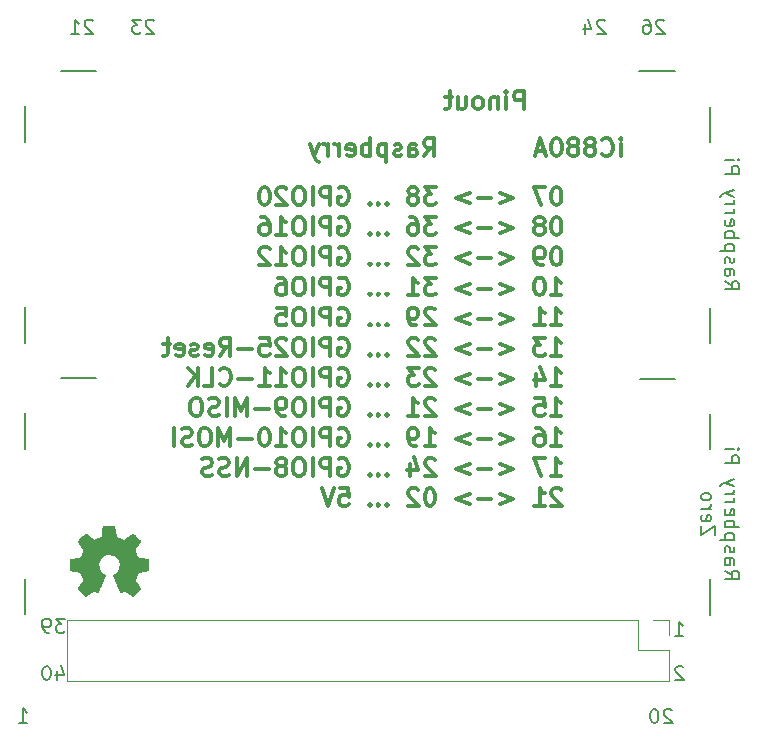
<source format=gbo>
G04 #@! TF.GenerationSoftware,KiCad,Pcbnew,(5.0.2)-1*
G04 #@! TF.CreationDate,2019-03-17T11:04:46+01:00*
G04 #@! TF.ProjectId,iC880A_Adapter_V1.1,69433838-3041-45f4-9164-61707465725f,rev?*
G04 #@! TF.SameCoordinates,Original*
G04 #@! TF.FileFunction,Legend,Bot*
G04 #@! TF.FilePolarity,Positive*
%FSLAX46Y46*%
G04 Gerber Fmt 4.6, Leading zero omitted, Abs format (unit mm)*
G04 Created by KiCad (PCBNEW (5.0.2)-1) date 17.03.2019 11:04:46*
%MOMM*%
%LPD*%
G01*
G04 APERTURE LIST*
%ADD10C,0.200000*%
%ADD11C,0.300000*%
%ADD12C,0.120000*%
%ADD13C,0.010000*%
%ADD14C,2.802000*%
%ADD15R,1.802000X1.802000*%
%ADD16O,1.802000X1.802000*%
%ADD17C,3.302000*%
G04 APERTURE END LIST*
D10*
X137434000Y-183191000D02*
X137434000Y-180191000D01*
X137434000Y-166191000D02*
X137434000Y-169191000D01*
X137434000Y-160191000D02*
X137434000Y-157191000D01*
X137434000Y-140191000D02*
X137434000Y-143191000D01*
X79450000Y-160150000D02*
X79450000Y-157150000D01*
X79450000Y-140150000D02*
X79450000Y-143150000D01*
X79450000Y-183150000D02*
X79450000Y-180150000D01*
X79450000Y-166150000D02*
X79450000Y-169150000D01*
X82450000Y-163150000D02*
X85450000Y-163150000D01*
X82434000Y-137191000D02*
X85434000Y-137191000D01*
X134434000Y-137191000D02*
X131434000Y-137191000D01*
X134454000Y-163201000D02*
X131454000Y-163201000D01*
X138661142Y-154956680D02*
X139232571Y-155356680D01*
X138661142Y-155642394D02*
X139861142Y-155642394D01*
X139861142Y-155185251D01*
X139804000Y-155070965D01*
X139746857Y-155013822D01*
X139632571Y-154956680D01*
X139461142Y-154956680D01*
X139346857Y-155013822D01*
X139289714Y-155070965D01*
X139232571Y-155185251D01*
X139232571Y-155642394D01*
X138661142Y-153928108D02*
X139289714Y-153928108D01*
X139404000Y-153985251D01*
X139461142Y-154099537D01*
X139461142Y-154328108D01*
X139404000Y-154442394D01*
X138718285Y-153928108D02*
X138661142Y-154042394D01*
X138661142Y-154328108D01*
X138718285Y-154442394D01*
X138832571Y-154499537D01*
X138946857Y-154499537D01*
X139061142Y-154442394D01*
X139118285Y-154328108D01*
X139118285Y-154042394D01*
X139175428Y-153928108D01*
X138718285Y-153413822D02*
X138661142Y-153299537D01*
X138661142Y-153070965D01*
X138718285Y-152956680D01*
X138832571Y-152899537D01*
X138889714Y-152899537D01*
X139004000Y-152956680D01*
X139061142Y-153070965D01*
X139061142Y-153242394D01*
X139118285Y-153356680D01*
X139232571Y-153413822D01*
X139289714Y-153413822D01*
X139404000Y-153356680D01*
X139461142Y-153242394D01*
X139461142Y-153070965D01*
X139404000Y-152956680D01*
X139461142Y-152385251D02*
X138261142Y-152385251D01*
X139404000Y-152385251D02*
X139461142Y-152270965D01*
X139461142Y-152042394D01*
X139404000Y-151928108D01*
X139346857Y-151870965D01*
X139232571Y-151813822D01*
X138889714Y-151813822D01*
X138775428Y-151870965D01*
X138718285Y-151928108D01*
X138661142Y-152042394D01*
X138661142Y-152270965D01*
X138718285Y-152385251D01*
X138661142Y-151299537D02*
X139861142Y-151299537D01*
X139404000Y-151299537D02*
X139461142Y-151185251D01*
X139461142Y-150956680D01*
X139404000Y-150842394D01*
X139346857Y-150785251D01*
X139232571Y-150728108D01*
X138889714Y-150728108D01*
X138775428Y-150785251D01*
X138718285Y-150842394D01*
X138661142Y-150956680D01*
X138661142Y-151185251D01*
X138718285Y-151299537D01*
X138718285Y-149756680D02*
X138661142Y-149870965D01*
X138661142Y-150099537D01*
X138718285Y-150213822D01*
X138832571Y-150270965D01*
X139289714Y-150270965D01*
X139404000Y-150213822D01*
X139461142Y-150099537D01*
X139461142Y-149870965D01*
X139404000Y-149756680D01*
X139289714Y-149699537D01*
X139175428Y-149699537D01*
X139061142Y-150270965D01*
X138661142Y-149185251D02*
X139461142Y-149185251D01*
X139232571Y-149185251D02*
X139346857Y-149128108D01*
X139404000Y-149070965D01*
X139461142Y-148956680D01*
X139461142Y-148842394D01*
X138661142Y-148442394D02*
X139461142Y-148442394D01*
X139232571Y-148442394D02*
X139346857Y-148385251D01*
X139404000Y-148328108D01*
X139461142Y-148213822D01*
X139461142Y-148099537D01*
X139461142Y-147813822D02*
X138661142Y-147528108D01*
X139461142Y-147242394D02*
X138661142Y-147528108D01*
X138375428Y-147642394D01*
X138318285Y-147699537D01*
X138261142Y-147813822D01*
X138661142Y-145870965D02*
X139861142Y-145870965D01*
X139861142Y-145413822D01*
X139804000Y-145299537D01*
X139746857Y-145242394D01*
X139632571Y-145185251D01*
X139461142Y-145185251D01*
X139346857Y-145242394D01*
X139289714Y-145299537D01*
X139232571Y-145413822D01*
X139232571Y-145870965D01*
X138661142Y-144670965D02*
X139461142Y-144670965D01*
X139861142Y-144670965D02*
X139804000Y-144728108D01*
X139746857Y-144670965D01*
X139804000Y-144613822D01*
X139861142Y-144670965D01*
X139746857Y-144670965D01*
X138661142Y-179456680D02*
X139232571Y-179856680D01*
X138661142Y-180142394D02*
X139861142Y-180142394D01*
X139861142Y-179685251D01*
X139804000Y-179570965D01*
X139746857Y-179513822D01*
X139632571Y-179456680D01*
X139461142Y-179456680D01*
X139346857Y-179513822D01*
X139289714Y-179570965D01*
X139232571Y-179685251D01*
X139232571Y-180142394D01*
X138661142Y-178428108D02*
X139289714Y-178428108D01*
X139404000Y-178485251D01*
X139461142Y-178599537D01*
X139461142Y-178828108D01*
X139404000Y-178942394D01*
X138718285Y-178428108D02*
X138661142Y-178542394D01*
X138661142Y-178828108D01*
X138718285Y-178942394D01*
X138832571Y-178999537D01*
X138946857Y-178999537D01*
X139061142Y-178942394D01*
X139118285Y-178828108D01*
X139118285Y-178542394D01*
X139175428Y-178428108D01*
X138718285Y-177913822D02*
X138661142Y-177799537D01*
X138661142Y-177570965D01*
X138718285Y-177456680D01*
X138832571Y-177399537D01*
X138889714Y-177399537D01*
X139004000Y-177456680D01*
X139061142Y-177570965D01*
X139061142Y-177742394D01*
X139118285Y-177856680D01*
X139232571Y-177913822D01*
X139289714Y-177913822D01*
X139404000Y-177856680D01*
X139461142Y-177742394D01*
X139461142Y-177570965D01*
X139404000Y-177456680D01*
X139461142Y-176885251D02*
X138261142Y-176885251D01*
X139404000Y-176885251D02*
X139461142Y-176770965D01*
X139461142Y-176542394D01*
X139404000Y-176428108D01*
X139346857Y-176370965D01*
X139232571Y-176313822D01*
X138889714Y-176313822D01*
X138775428Y-176370965D01*
X138718285Y-176428108D01*
X138661142Y-176542394D01*
X138661142Y-176770965D01*
X138718285Y-176885251D01*
X138661142Y-175799537D02*
X139861142Y-175799537D01*
X139404000Y-175799537D02*
X139461142Y-175685251D01*
X139461142Y-175456680D01*
X139404000Y-175342394D01*
X139346857Y-175285251D01*
X139232571Y-175228108D01*
X138889714Y-175228108D01*
X138775428Y-175285251D01*
X138718285Y-175342394D01*
X138661142Y-175456680D01*
X138661142Y-175685251D01*
X138718285Y-175799537D01*
X138718285Y-174256680D02*
X138661142Y-174370965D01*
X138661142Y-174599537D01*
X138718285Y-174713822D01*
X138832571Y-174770965D01*
X139289714Y-174770965D01*
X139404000Y-174713822D01*
X139461142Y-174599537D01*
X139461142Y-174370965D01*
X139404000Y-174256680D01*
X139289714Y-174199537D01*
X139175428Y-174199537D01*
X139061142Y-174770965D01*
X138661142Y-173685251D02*
X139461142Y-173685251D01*
X139232571Y-173685251D02*
X139346857Y-173628108D01*
X139404000Y-173570965D01*
X139461142Y-173456680D01*
X139461142Y-173342394D01*
X138661142Y-172942394D02*
X139461142Y-172942394D01*
X139232571Y-172942394D02*
X139346857Y-172885251D01*
X139404000Y-172828108D01*
X139461142Y-172713822D01*
X139461142Y-172599537D01*
X139461142Y-172313822D02*
X138661142Y-172028108D01*
X139461142Y-171742394D02*
X138661142Y-172028108D01*
X138375428Y-172142394D01*
X138318285Y-172199537D01*
X138261142Y-172313822D01*
X138661142Y-170370965D02*
X139861142Y-170370965D01*
X139861142Y-169913822D01*
X139804000Y-169799537D01*
X139746857Y-169742394D01*
X139632571Y-169685251D01*
X139461142Y-169685251D01*
X139346857Y-169742394D01*
X139289714Y-169799537D01*
X139232571Y-169913822D01*
X139232571Y-170370965D01*
X138661142Y-169170965D02*
X139461142Y-169170965D01*
X139861142Y-169170965D02*
X139804000Y-169228108D01*
X139746857Y-169170965D01*
X139804000Y-169113822D01*
X139861142Y-169170965D01*
X139746857Y-169170965D01*
X137861142Y-176485251D02*
X137861142Y-175685251D01*
X136661142Y-176485251D01*
X136661142Y-175685251D01*
X136718285Y-174770965D02*
X136661142Y-174885251D01*
X136661142Y-175113822D01*
X136718285Y-175228108D01*
X136832571Y-175285251D01*
X137289714Y-175285251D01*
X137404000Y-175228108D01*
X137461142Y-175113822D01*
X137461142Y-174885251D01*
X137404000Y-174770965D01*
X137289714Y-174713822D01*
X137175428Y-174713822D01*
X137061142Y-175285251D01*
X136661142Y-174199537D02*
X137461142Y-174199537D01*
X137232571Y-174199537D02*
X137346857Y-174142394D01*
X137404000Y-174085251D01*
X137461142Y-173970965D01*
X137461142Y-173856680D01*
X136661142Y-173285251D02*
X136718285Y-173399537D01*
X136775428Y-173456680D01*
X136889714Y-173513822D01*
X137232571Y-173513822D01*
X137346857Y-173456680D01*
X137404000Y-173399537D01*
X137461142Y-173285251D01*
X137461142Y-173113822D01*
X137404000Y-172999537D01*
X137346857Y-172942394D01*
X137232571Y-172885251D01*
X136889714Y-172885251D01*
X136775428Y-172942394D01*
X136718285Y-172999537D01*
X136661142Y-173113822D01*
X136661142Y-173285251D01*
D11*
X124478142Y-147000571D02*
X124335285Y-147000571D01*
X124192428Y-147072000D01*
X124121000Y-147143428D01*
X124049571Y-147286285D01*
X123978142Y-147572000D01*
X123978142Y-147929142D01*
X124049571Y-148214857D01*
X124121000Y-148357714D01*
X124192428Y-148429142D01*
X124335285Y-148500571D01*
X124478142Y-148500571D01*
X124621000Y-148429142D01*
X124692428Y-148357714D01*
X124763857Y-148214857D01*
X124835285Y-147929142D01*
X124835285Y-147572000D01*
X124763857Y-147286285D01*
X124692428Y-147143428D01*
X124621000Y-147072000D01*
X124478142Y-147000571D01*
X123478142Y-147000571D02*
X122478142Y-147000571D01*
X123121000Y-148500571D01*
X119621000Y-147500571D02*
X120763857Y-147929142D01*
X119621000Y-148357714D01*
X118906714Y-147929142D02*
X117763857Y-147929142D01*
X117049571Y-147500571D02*
X115906714Y-147929142D01*
X117049571Y-148357714D01*
X114192428Y-147000571D02*
X113263857Y-147000571D01*
X113763857Y-147572000D01*
X113549571Y-147572000D01*
X113406714Y-147643428D01*
X113335285Y-147714857D01*
X113263857Y-147857714D01*
X113263857Y-148214857D01*
X113335285Y-148357714D01*
X113406714Y-148429142D01*
X113549571Y-148500571D01*
X113978142Y-148500571D01*
X114121000Y-148429142D01*
X114192428Y-148357714D01*
X112406714Y-147643428D02*
X112549571Y-147572000D01*
X112621000Y-147500571D01*
X112692428Y-147357714D01*
X112692428Y-147286285D01*
X112621000Y-147143428D01*
X112549571Y-147072000D01*
X112406714Y-147000571D01*
X112121000Y-147000571D01*
X111978142Y-147072000D01*
X111906714Y-147143428D01*
X111835285Y-147286285D01*
X111835285Y-147357714D01*
X111906714Y-147500571D01*
X111978142Y-147572000D01*
X112121000Y-147643428D01*
X112406714Y-147643428D01*
X112549571Y-147714857D01*
X112621000Y-147786285D01*
X112692428Y-147929142D01*
X112692428Y-148214857D01*
X112621000Y-148357714D01*
X112549571Y-148429142D01*
X112406714Y-148500571D01*
X112121000Y-148500571D01*
X111978142Y-148429142D01*
X111906714Y-148357714D01*
X111835285Y-148214857D01*
X111835285Y-147929142D01*
X111906714Y-147786285D01*
X111978142Y-147714857D01*
X112121000Y-147643428D01*
X110049571Y-148357714D02*
X109978142Y-148429142D01*
X110049571Y-148500571D01*
X110121000Y-148429142D01*
X110049571Y-148357714D01*
X110049571Y-148500571D01*
X109335285Y-148357714D02*
X109263857Y-148429142D01*
X109335285Y-148500571D01*
X109406714Y-148429142D01*
X109335285Y-148357714D01*
X109335285Y-148500571D01*
X108621000Y-148357714D02*
X108549571Y-148429142D01*
X108621000Y-148500571D01*
X108692428Y-148429142D01*
X108621000Y-148357714D01*
X108621000Y-148500571D01*
X105978142Y-147072000D02*
X106121000Y-147000571D01*
X106335285Y-147000571D01*
X106549571Y-147072000D01*
X106692428Y-147214857D01*
X106763857Y-147357714D01*
X106835285Y-147643428D01*
X106835285Y-147857714D01*
X106763857Y-148143428D01*
X106692428Y-148286285D01*
X106549571Y-148429142D01*
X106335285Y-148500571D01*
X106192428Y-148500571D01*
X105978142Y-148429142D01*
X105906714Y-148357714D01*
X105906714Y-147857714D01*
X106192428Y-147857714D01*
X105263857Y-148500571D02*
X105263857Y-147000571D01*
X104692428Y-147000571D01*
X104549571Y-147072000D01*
X104478142Y-147143428D01*
X104406714Y-147286285D01*
X104406714Y-147500571D01*
X104478142Y-147643428D01*
X104549571Y-147714857D01*
X104692428Y-147786285D01*
X105263857Y-147786285D01*
X103763857Y-148500571D02*
X103763857Y-147000571D01*
X102763857Y-147000571D02*
X102478142Y-147000571D01*
X102335285Y-147072000D01*
X102192428Y-147214857D01*
X102121000Y-147500571D01*
X102121000Y-148000571D01*
X102192428Y-148286285D01*
X102335285Y-148429142D01*
X102478142Y-148500571D01*
X102763857Y-148500571D01*
X102906714Y-148429142D01*
X103049571Y-148286285D01*
X103121000Y-148000571D01*
X103121000Y-147500571D01*
X103049571Y-147214857D01*
X102906714Y-147072000D01*
X102763857Y-147000571D01*
X101549571Y-147143428D02*
X101478142Y-147072000D01*
X101335285Y-147000571D01*
X100978142Y-147000571D01*
X100835285Y-147072000D01*
X100763857Y-147143428D01*
X100692428Y-147286285D01*
X100692428Y-147429142D01*
X100763857Y-147643428D01*
X101621000Y-148500571D01*
X100692428Y-148500571D01*
X99763857Y-147000571D02*
X99621000Y-147000571D01*
X99478142Y-147072000D01*
X99406714Y-147143428D01*
X99335285Y-147286285D01*
X99263857Y-147572000D01*
X99263857Y-147929142D01*
X99335285Y-148214857D01*
X99406714Y-148357714D01*
X99478142Y-148429142D01*
X99621000Y-148500571D01*
X99763857Y-148500571D01*
X99906714Y-148429142D01*
X99978142Y-148357714D01*
X100049571Y-148214857D01*
X100121000Y-147929142D01*
X100121000Y-147572000D01*
X100049571Y-147286285D01*
X99978142Y-147143428D01*
X99906714Y-147072000D01*
X99763857Y-147000571D01*
X124478142Y-149550571D02*
X124335285Y-149550571D01*
X124192428Y-149622000D01*
X124121000Y-149693428D01*
X124049571Y-149836285D01*
X123978142Y-150122000D01*
X123978142Y-150479142D01*
X124049571Y-150764857D01*
X124121000Y-150907714D01*
X124192428Y-150979142D01*
X124335285Y-151050571D01*
X124478142Y-151050571D01*
X124621000Y-150979142D01*
X124692428Y-150907714D01*
X124763857Y-150764857D01*
X124835285Y-150479142D01*
X124835285Y-150122000D01*
X124763857Y-149836285D01*
X124692428Y-149693428D01*
X124621000Y-149622000D01*
X124478142Y-149550571D01*
X123121000Y-150193428D02*
X123263857Y-150122000D01*
X123335285Y-150050571D01*
X123406714Y-149907714D01*
X123406714Y-149836285D01*
X123335285Y-149693428D01*
X123263857Y-149622000D01*
X123121000Y-149550571D01*
X122835285Y-149550571D01*
X122692428Y-149622000D01*
X122621000Y-149693428D01*
X122549571Y-149836285D01*
X122549571Y-149907714D01*
X122621000Y-150050571D01*
X122692428Y-150122000D01*
X122835285Y-150193428D01*
X123121000Y-150193428D01*
X123263857Y-150264857D01*
X123335285Y-150336285D01*
X123406714Y-150479142D01*
X123406714Y-150764857D01*
X123335285Y-150907714D01*
X123263857Y-150979142D01*
X123121000Y-151050571D01*
X122835285Y-151050571D01*
X122692428Y-150979142D01*
X122621000Y-150907714D01*
X122549571Y-150764857D01*
X122549571Y-150479142D01*
X122621000Y-150336285D01*
X122692428Y-150264857D01*
X122835285Y-150193428D01*
X119621000Y-150050571D02*
X120763857Y-150479142D01*
X119621000Y-150907714D01*
X118906714Y-150479142D02*
X117763857Y-150479142D01*
X117049571Y-150050571D02*
X115906714Y-150479142D01*
X117049571Y-150907714D01*
X114192428Y-149550571D02*
X113263857Y-149550571D01*
X113763857Y-150122000D01*
X113549571Y-150122000D01*
X113406714Y-150193428D01*
X113335285Y-150264857D01*
X113263857Y-150407714D01*
X113263857Y-150764857D01*
X113335285Y-150907714D01*
X113406714Y-150979142D01*
X113549571Y-151050571D01*
X113978142Y-151050571D01*
X114121000Y-150979142D01*
X114192428Y-150907714D01*
X111978142Y-149550571D02*
X112263857Y-149550571D01*
X112406714Y-149622000D01*
X112478142Y-149693428D01*
X112621000Y-149907714D01*
X112692428Y-150193428D01*
X112692428Y-150764857D01*
X112621000Y-150907714D01*
X112549571Y-150979142D01*
X112406714Y-151050571D01*
X112121000Y-151050571D01*
X111978142Y-150979142D01*
X111906714Y-150907714D01*
X111835285Y-150764857D01*
X111835285Y-150407714D01*
X111906714Y-150264857D01*
X111978142Y-150193428D01*
X112121000Y-150122000D01*
X112406714Y-150122000D01*
X112549571Y-150193428D01*
X112621000Y-150264857D01*
X112692428Y-150407714D01*
X110049571Y-150907714D02*
X109978142Y-150979142D01*
X110049571Y-151050571D01*
X110121000Y-150979142D01*
X110049571Y-150907714D01*
X110049571Y-151050571D01*
X109335285Y-150907714D02*
X109263857Y-150979142D01*
X109335285Y-151050571D01*
X109406714Y-150979142D01*
X109335285Y-150907714D01*
X109335285Y-151050571D01*
X108621000Y-150907714D02*
X108549571Y-150979142D01*
X108621000Y-151050571D01*
X108692428Y-150979142D01*
X108621000Y-150907714D01*
X108621000Y-151050571D01*
X105978142Y-149622000D02*
X106121000Y-149550571D01*
X106335285Y-149550571D01*
X106549571Y-149622000D01*
X106692428Y-149764857D01*
X106763857Y-149907714D01*
X106835285Y-150193428D01*
X106835285Y-150407714D01*
X106763857Y-150693428D01*
X106692428Y-150836285D01*
X106549571Y-150979142D01*
X106335285Y-151050571D01*
X106192428Y-151050571D01*
X105978142Y-150979142D01*
X105906714Y-150907714D01*
X105906714Y-150407714D01*
X106192428Y-150407714D01*
X105263857Y-151050571D02*
X105263857Y-149550571D01*
X104692428Y-149550571D01*
X104549571Y-149622000D01*
X104478142Y-149693428D01*
X104406714Y-149836285D01*
X104406714Y-150050571D01*
X104478142Y-150193428D01*
X104549571Y-150264857D01*
X104692428Y-150336285D01*
X105263857Y-150336285D01*
X103763857Y-151050571D02*
X103763857Y-149550571D01*
X102763857Y-149550571D02*
X102478142Y-149550571D01*
X102335285Y-149622000D01*
X102192428Y-149764857D01*
X102121000Y-150050571D01*
X102121000Y-150550571D01*
X102192428Y-150836285D01*
X102335285Y-150979142D01*
X102478142Y-151050571D01*
X102763857Y-151050571D01*
X102906714Y-150979142D01*
X103049571Y-150836285D01*
X103121000Y-150550571D01*
X103121000Y-150050571D01*
X103049571Y-149764857D01*
X102906714Y-149622000D01*
X102763857Y-149550571D01*
X100692428Y-151050571D02*
X101549571Y-151050571D01*
X101121000Y-151050571D02*
X101121000Y-149550571D01*
X101263857Y-149764857D01*
X101406714Y-149907714D01*
X101549571Y-149979142D01*
X99406714Y-149550571D02*
X99692428Y-149550571D01*
X99835285Y-149622000D01*
X99906714Y-149693428D01*
X100049571Y-149907714D01*
X100121000Y-150193428D01*
X100121000Y-150764857D01*
X100049571Y-150907714D01*
X99978142Y-150979142D01*
X99835285Y-151050571D01*
X99549571Y-151050571D01*
X99406714Y-150979142D01*
X99335285Y-150907714D01*
X99263857Y-150764857D01*
X99263857Y-150407714D01*
X99335285Y-150264857D01*
X99406714Y-150193428D01*
X99549571Y-150122000D01*
X99835285Y-150122000D01*
X99978142Y-150193428D01*
X100049571Y-150264857D01*
X100121000Y-150407714D01*
X124478142Y-152100571D02*
X124335285Y-152100571D01*
X124192428Y-152172000D01*
X124121000Y-152243428D01*
X124049571Y-152386285D01*
X123978142Y-152672000D01*
X123978142Y-153029142D01*
X124049571Y-153314857D01*
X124121000Y-153457714D01*
X124192428Y-153529142D01*
X124335285Y-153600571D01*
X124478142Y-153600571D01*
X124621000Y-153529142D01*
X124692428Y-153457714D01*
X124763857Y-153314857D01*
X124835285Y-153029142D01*
X124835285Y-152672000D01*
X124763857Y-152386285D01*
X124692428Y-152243428D01*
X124621000Y-152172000D01*
X124478142Y-152100571D01*
X123263857Y-153600571D02*
X122978142Y-153600571D01*
X122835285Y-153529142D01*
X122763857Y-153457714D01*
X122621000Y-153243428D01*
X122549571Y-152957714D01*
X122549571Y-152386285D01*
X122621000Y-152243428D01*
X122692428Y-152172000D01*
X122835285Y-152100571D01*
X123121000Y-152100571D01*
X123263857Y-152172000D01*
X123335285Y-152243428D01*
X123406714Y-152386285D01*
X123406714Y-152743428D01*
X123335285Y-152886285D01*
X123263857Y-152957714D01*
X123121000Y-153029142D01*
X122835285Y-153029142D01*
X122692428Y-152957714D01*
X122621000Y-152886285D01*
X122549571Y-152743428D01*
X119621000Y-152600571D02*
X120763857Y-153029142D01*
X119621000Y-153457714D01*
X118906714Y-153029142D02*
X117763857Y-153029142D01*
X117049571Y-152600571D02*
X115906714Y-153029142D01*
X117049571Y-153457714D01*
X114192428Y-152100571D02*
X113263857Y-152100571D01*
X113763857Y-152672000D01*
X113549571Y-152672000D01*
X113406714Y-152743428D01*
X113335285Y-152814857D01*
X113263857Y-152957714D01*
X113263857Y-153314857D01*
X113335285Y-153457714D01*
X113406714Y-153529142D01*
X113549571Y-153600571D01*
X113978142Y-153600571D01*
X114121000Y-153529142D01*
X114192428Y-153457714D01*
X112692428Y-152243428D02*
X112621000Y-152172000D01*
X112478142Y-152100571D01*
X112121000Y-152100571D01*
X111978142Y-152172000D01*
X111906714Y-152243428D01*
X111835285Y-152386285D01*
X111835285Y-152529142D01*
X111906714Y-152743428D01*
X112763857Y-153600571D01*
X111835285Y-153600571D01*
X110049571Y-153457714D02*
X109978142Y-153529142D01*
X110049571Y-153600571D01*
X110121000Y-153529142D01*
X110049571Y-153457714D01*
X110049571Y-153600571D01*
X109335285Y-153457714D02*
X109263857Y-153529142D01*
X109335285Y-153600571D01*
X109406714Y-153529142D01*
X109335285Y-153457714D01*
X109335285Y-153600571D01*
X108621000Y-153457714D02*
X108549571Y-153529142D01*
X108621000Y-153600571D01*
X108692428Y-153529142D01*
X108621000Y-153457714D01*
X108621000Y-153600571D01*
X105978142Y-152172000D02*
X106121000Y-152100571D01*
X106335285Y-152100571D01*
X106549571Y-152172000D01*
X106692428Y-152314857D01*
X106763857Y-152457714D01*
X106835285Y-152743428D01*
X106835285Y-152957714D01*
X106763857Y-153243428D01*
X106692428Y-153386285D01*
X106549571Y-153529142D01*
X106335285Y-153600571D01*
X106192428Y-153600571D01*
X105978142Y-153529142D01*
X105906714Y-153457714D01*
X105906714Y-152957714D01*
X106192428Y-152957714D01*
X105263857Y-153600571D02*
X105263857Y-152100571D01*
X104692428Y-152100571D01*
X104549571Y-152172000D01*
X104478142Y-152243428D01*
X104406714Y-152386285D01*
X104406714Y-152600571D01*
X104478142Y-152743428D01*
X104549571Y-152814857D01*
X104692428Y-152886285D01*
X105263857Y-152886285D01*
X103763857Y-153600571D02*
X103763857Y-152100571D01*
X102763857Y-152100571D02*
X102478142Y-152100571D01*
X102335285Y-152172000D01*
X102192428Y-152314857D01*
X102121000Y-152600571D01*
X102121000Y-153100571D01*
X102192428Y-153386285D01*
X102335285Y-153529142D01*
X102478142Y-153600571D01*
X102763857Y-153600571D01*
X102906714Y-153529142D01*
X103049571Y-153386285D01*
X103121000Y-153100571D01*
X103121000Y-152600571D01*
X103049571Y-152314857D01*
X102906714Y-152172000D01*
X102763857Y-152100571D01*
X100692428Y-153600571D02*
X101549571Y-153600571D01*
X101121000Y-153600571D02*
X101121000Y-152100571D01*
X101263857Y-152314857D01*
X101406714Y-152457714D01*
X101549571Y-152529142D01*
X100121000Y-152243428D02*
X100049571Y-152172000D01*
X99906714Y-152100571D01*
X99549571Y-152100571D01*
X99406714Y-152172000D01*
X99335285Y-152243428D01*
X99263857Y-152386285D01*
X99263857Y-152529142D01*
X99335285Y-152743428D01*
X100192428Y-153600571D01*
X99263857Y-153600571D01*
X123978142Y-156150571D02*
X124835285Y-156150571D01*
X124406714Y-156150571D02*
X124406714Y-154650571D01*
X124549571Y-154864857D01*
X124692428Y-155007714D01*
X124835285Y-155079142D01*
X123049571Y-154650571D02*
X122906714Y-154650571D01*
X122763857Y-154722000D01*
X122692428Y-154793428D01*
X122621000Y-154936285D01*
X122549571Y-155222000D01*
X122549571Y-155579142D01*
X122621000Y-155864857D01*
X122692428Y-156007714D01*
X122763857Y-156079142D01*
X122906714Y-156150571D01*
X123049571Y-156150571D01*
X123192428Y-156079142D01*
X123263857Y-156007714D01*
X123335285Y-155864857D01*
X123406714Y-155579142D01*
X123406714Y-155222000D01*
X123335285Y-154936285D01*
X123263857Y-154793428D01*
X123192428Y-154722000D01*
X123049571Y-154650571D01*
X119621000Y-155150571D02*
X120763857Y-155579142D01*
X119621000Y-156007714D01*
X118906714Y-155579142D02*
X117763857Y-155579142D01*
X117049571Y-155150571D02*
X115906714Y-155579142D01*
X117049571Y-156007714D01*
X114192428Y-154650571D02*
X113263857Y-154650571D01*
X113763857Y-155222000D01*
X113549571Y-155222000D01*
X113406714Y-155293428D01*
X113335285Y-155364857D01*
X113263857Y-155507714D01*
X113263857Y-155864857D01*
X113335285Y-156007714D01*
X113406714Y-156079142D01*
X113549571Y-156150571D01*
X113978142Y-156150571D01*
X114121000Y-156079142D01*
X114192428Y-156007714D01*
X111835285Y-156150571D02*
X112692428Y-156150571D01*
X112263857Y-156150571D02*
X112263857Y-154650571D01*
X112406714Y-154864857D01*
X112549571Y-155007714D01*
X112692428Y-155079142D01*
X110049571Y-156007714D02*
X109978142Y-156079142D01*
X110049571Y-156150571D01*
X110121000Y-156079142D01*
X110049571Y-156007714D01*
X110049571Y-156150571D01*
X109335285Y-156007714D02*
X109263857Y-156079142D01*
X109335285Y-156150571D01*
X109406714Y-156079142D01*
X109335285Y-156007714D01*
X109335285Y-156150571D01*
X108621000Y-156007714D02*
X108549571Y-156079142D01*
X108621000Y-156150571D01*
X108692428Y-156079142D01*
X108621000Y-156007714D01*
X108621000Y-156150571D01*
X105978142Y-154722000D02*
X106121000Y-154650571D01*
X106335285Y-154650571D01*
X106549571Y-154722000D01*
X106692428Y-154864857D01*
X106763857Y-155007714D01*
X106835285Y-155293428D01*
X106835285Y-155507714D01*
X106763857Y-155793428D01*
X106692428Y-155936285D01*
X106549571Y-156079142D01*
X106335285Y-156150571D01*
X106192428Y-156150571D01*
X105978142Y-156079142D01*
X105906714Y-156007714D01*
X105906714Y-155507714D01*
X106192428Y-155507714D01*
X105263857Y-156150571D02*
X105263857Y-154650571D01*
X104692428Y-154650571D01*
X104549571Y-154722000D01*
X104478142Y-154793428D01*
X104406714Y-154936285D01*
X104406714Y-155150571D01*
X104478142Y-155293428D01*
X104549571Y-155364857D01*
X104692428Y-155436285D01*
X105263857Y-155436285D01*
X103763857Y-156150571D02*
X103763857Y-154650571D01*
X102763857Y-154650571D02*
X102478142Y-154650571D01*
X102335285Y-154722000D01*
X102192428Y-154864857D01*
X102121000Y-155150571D01*
X102121000Y-155650571D01*
X102192428Y-155936285D01*
X102335285Y-156079142D01*
X102478142Y-156150571D01*
X102763857Y-156150571D01*
X102906714Y-156079142D01*
X103049571Y-155936285D01*
X103121000Y-155650571D01*
X103121000Y-155150571D01*
X103049571Y-154864857D01*
X102906714Y-154722000D01*
X102763857Y-154650571D01*
X100835285Y-154650571D02*
X101121000Y-154650571D01*
X101263857Y-154722000D01*
X101335285Y-154793428D01*
X101478142Y-155007714D01*
X101549571Y-155293428D01*
X101549571Y-155864857D01*
X101478142Y-156007714D01*
X101406714Y-156079142D01*
X101263857Y-156150571D01*
X100978142Y-156150571D01*
X100835285Y-156079142D01*
X100763857Y-156007714D01*
X100692428Y-155864857D01*
X100692428Y-155507714D01*
X100763857Y-155364857D01*
X100835285Y-155293428D01*
X100978142Y-155222000D01*
X101263857Y-155222000D01*
X101406714Y-155293428D01*
X101478142Y-155364857D01*
X101549571Y-155507714D01*
X123978142Y-158700571D02*
X124835285Y-158700571D01*
X124406714Y-158700571D02*
X124406714Y-157200571D01*
X124549571Y-157414857D01*
X124692428Y-157557714D01*
X124835285Y-157629142D01*
X122549571Y-158700571D02*
X123406714Y-158700571D01*
X122978142Y-158700571D02*
X122978142Y-157200571D01*
X123121000Y-157414857D01*
X123263857Y-157557714D01*
X123406714Y-157629142D01*
X119621000Y-157700571D02*
X120763857Y-158129142D01*
X119621000Y-158557714D01*
X118906714Y-158129142D02*
X117763857Y-158129142D01*
X117049571Y-157700571D02*
X115906714Y-158129142D01*
X117049571Y-158557714D01*
X114121000Y-157343428D02*
X114049571Y-157272000D01*
X113906714Y-157200571D01*
X113549571Y-157200571D01*
X113406714Y-157272000D01*
X113335285Y-157343428D01*
X113263857Y-157486285D01*
X113263857Y-157629142D01*
X113335285Y-157843428D01*
X114192428Y-158700571D01*
X113263857Y-158700571D01*
X112549571Y-158700571D02*
X112263857Y-158700571D01*
X112121000Y-158629142D01*
X112049571Y-158557714D01*
X111906714Y-158343428D01*
X111835285Y-158057714D01*
X111835285Y-157486285D01*
X111906714Y-157343428D01*
X111978142Y-157272000D01*
X112121000Y-157200571D01*
X112406714Y-157200571D01*
X112549571Y-157272000D01*
X112621000Y-157343428D01*
X112692428Y-157486285D01*
X112692428Y-157843428D01*
X112621000Y-157986285D01*
X112549571Y-158057714D01*
X112406714Y-158129142D01*
X112121000Y-158129142D01*
X111978142Y-158057714D01*
X111906714Y-157986285D01*
X111835285Y-157843428D01*
X110049571Y-158557714D02*
X109978142Y-158629142D01*
X110049571Y-158700571D01*
X110121000Y-158629142D01*
X110049571Y-158557714D01*
X110049571Y-158700571D01*
X109335285Y-158557714D02*
X109263857Y-158629142D01*
X109335285Y-158700571D01*
X109406714Y-158629142D01*
X109335285Y-158557714D01*
X109335285Y-158700571D01*
X108621000Y-158557714D02*
X108549571Y-158629142D01*
X108621000Y-158700571D01*
X108692428Y-158629142D01*
X108621000Y-158557714D01*
X108621000Y-158700571D01*
X105978142Y-157272000D02*
X106121000Y-157200571D01*
X106335285Y-157200571D01*
X106549571Y-157272000D01*
X106692428Y-157414857D01*
X106763857Y-157557714D01*
X106835285Y-157843428D01*
X106835285Y-158057714D01*
X106763857Y-158343428D01*
X106692428Y-158486285D01*
X106549571Y-158629142D01*
X106335285Y-158700571D01*
X106192428Y-158700571D01*
X105978142Y-158629142D01*
X105906714Y-158557714D01*
X105906714Y-158057714D01*
X106192428Y-158057714D01*
X105263857Y-158700571D02*
X105263857Y-157200571D01*
X104692428Y-157200571D01*
X104549571Y-157272000D01*
X104478142Y-157343428D01*
X104406714Y-157486285D01*
X104406714Y-157700571D01*
X104478142Y-157843428D01*
X104549571Y-157914857D01*
X104692428Y-157986285D01*
X105263857Y-157986285D01*
X103763857Y-158700571D02*
X103763857Y-157200571D01*
X102763857Y-157200571D02*
X102478142Y-157200571D01*
X102335285Y-157272000D01*
X102192428Y-157414857D01*
X102121000Y-157700571D01*
X102121000Y-158200571D01*
X102192428Y-158486285D01*
X102335285Y-158629142D01*
X102478142Y-158700571D01*
X102763857Y-158700571D01*
X102906714Y-158629142D01*
X103049571Y-158486285D01*
X103121000Y-158200571D01*
X103121000Y-157700571D01*
X103049571Y-157414857D01*
X102906714Y-157272000D01*
X102763857Y-157200571D01*
X100763857Y-157200571D02*
X101478142Y-157200571D01*
X101549571Y-157914857D01*
X101478142Y-157843428D01*
X101335285Y-157772000D01*
X100978142Y-157772000D01*
X100835285Y-157843428D01*
X100763857Y-157914857D01*
X100692428Y-158057714D01*
X100692428Y-158414857D01*
X100763857Y-158557714D01*
X100835285Y-158629142D01*
X100978142Y-158700571D01*
X101335285Y-158700571D01*
X101478142Y-158629142D01*
X101549571Y-158557714D01*
X123978142Y-161250571D02*
X124835285Y-161250571D01*
X124406714Y-161250571D02*
X124406714Y-159750571D01*
X124549571Y-159964857D01*
X124692428Y-160107714D01*
X124835285Y-160179142D01*
X123478142Y-159750571D02*
X122549571Y-159750571D01*
X123049571Y-160322000D01*
X122835285Y-160322000D01*
X122692428Y-160393428D01*
X122621000Y-160464857D01*
X122549571Y-160607714D01*
X122549571Y-160964857D01*
X122621000Y-161107714D01*
X122692428Y-161179142D01*
X122835285Y-161250571D01*
X123263857Y-161250571D01*
X123406714Y-161179142D01*
X123478142Y-161107714D01*
X119621000Y-160250571D02*
X120763857Y-160679142D01*
X119621000Y-161107714D01*
X118906714Y-160679142D02*
X117763857Y-160679142D01*
X117049571Y-160250571D02*
X115906714Y-160679142D01*
X117049571Y-161107714D01*
X114121000Y-159893428D02*
X114049571Y-159822000D01*
X113906714Y-159750571D01*
X113549571Y-159750571D01*
X113406714Y-159822000D01*
X113335285Y-159893428D01*
X113263857Y-160036285D01*
X113263857Y-160179142D01*
X113335285Y-160393428D01*
X114192428Y-161250571D01*
X113263857Y-161250571D01*
X112692428Y-159893428D02*
X112621000Y-159822000D01*
X112478142Y-159750571D01*
X112121000Y-159750571D01*
X111978142Y-159822000D01*
X111906714Y-159893428D01*
X111835285Y-160036285D01*
X111835285Y-160179142D01*
X111906714Y-160393428D01*
X112763857Y-161250571D01*
X111835285Y-161250571D01*
X110049571Y-161107714D02*
X109978142Y-161179142D01*
X110049571Y-161250571D01*
X110121000Y-161179142D01*
X110049571Y-161107714D01*
X110049571Y-161250571D01*
X109335285Y-161107714D02*
X109263857Y-161179142D01*
X109335285Y-161250571D01*
X109406714Y-161179142D01*
X109335285Y-161107714D01*
X109335285Y-161250571D01*
X108621000Y-161107714D02*
X108549571Y-161179142D01*
X108621000Y-161250571D01*
X108692428Y-161179142D01*
X108621000Y-161107714D01*
X108621000Y-161250571D01*
X105978142Y-159822000D02*
X106121000Y-159750571D01*
X106335285Y-159750571D01*
X106549571Y-159822000D01*
X106692428Y-159964857D01*
X106763857Y-160107714D01*
X106835285Y-160393428D01*
X106835285Y-160607714D01*
X106763857Y-160893428D01*
X106692428Y-161036285D01*
X106549571Y-161179142D01*
X106335285Y-161250571D01*
X106192428Y-161250571D01*
X105978142Y-161179142D01*
X105906714Y-161107714D01*
X105906714Y-160607714D01*
X106192428Y-160607714D01*
X105263857Y-161250571D02*
X105263857Y-159750571D01*
X104692428Y-159750571D01*
X104549571Y-159822000D01*
X104478142Y-159893428D01*
X104406714Y-160036285D01*
X104406714Y-160250571D01*
X104478142Y-160393428D01*
X104549571Y-160464857D01*
X104692428Y-160536285D01*
X105263857Y-160536285D01*
X103763857Y-161250571D02*
X103763857Y-159750571D01*
X102763857Y-159750571D02*
X102478142Y-159750571D01*
X102335285Y-159822000D01*
X102192428Y-159964857D01*
X102121000Y-160250571D01*
X102121000Y-160750571D01*
X102192428Y-161036285D01*
X102335285Y-161179142D01*
X102478142Y-161250571D01*
X102763857Y-161250571D01*
X102906714Y-161179142D01*
X103049571Y-161036285D01*
X103121000Y-160750571D01*
X103121000Y-160250571D01*
X103049571Y-159964857D01*
X102906714Y-159822000D01*
X102763857Y-159750571D01*
X101549571Y-159893428D02*
X101478142Y-159822000D01*
X101335285Y-159750571D01*
X100978142Y-159750571D01*
X100835285Y-159822000D01*
X100763857Y-159893428D01*
X100692428Y-160036285D01*
X100692428Y-160179142D01*
X100763857Y-160393428D01*
X101621000Y-161250571D01*
X100692428Y-161250571D01*
X99335285Y-159750571D02*
X100049571Y-159750571D01*
X100121000Y-160464857D01*
X100049571Y-160393428D01*
X99906714Y-160322000D01*
X99549571Y-160322000D01*
X99406714Y-160393428D01*
X99335285Y-160464857D01*
X99263857Y-160607714D01*
X99263857Y-160964857D01*
X99335285Y-161107714D01*
X99406714Y-161179142D01*
X99549571Y-161250571D01*
X99906714Y-161250571D01*
X100049571Y-161179142D01*
X100121000Y-161107714D01*
X98621000Y-160679142D02*
X97478142Y-160679142D01*
X95906714Y-161250571D02*
X96406714Y-160536285D01*
X96763857Y-161250571D02*
X96763857Y-159750571D01*
X96192428Y-159750571D01*
X96049571Y-159822000D01*
X95978142Y-159893428D01*
X95906714Y-160036285D01*
X95906714Y-160250571D01*
X95978142Y-160393428D01*
X96049571Y-160464857D01*
X96192428Y-160536285D01*
X96763857Y-160536285D01*
X94692428Y-161179142D02*
X94835285Y-161250571D01*
X95121000Y-161250571D01*
X95263857Y-161179142D01*
X95335285Y-161036285D01*
X95335285Y-160464857D01*
X95263857Y-160322000D01*
X95121000Y-160250571D01*
X94835285Y-160250571D01*
X94692428Y-160322000D01*
X94621000Y-160464857D01*
X94621000Y-160607714D01*
X95335285Y-160750571D01*
X94049571Y-161179142D02*
X93906714Y-161250571D01*
X93621000Y-161250571D01*
X93478142Y-161179142D01*
X93406714Y-161036285D01*
X93406714Y-160964857D01*
X93478142Y-160822000D01*
X93621000Y-160750571D01*
X93835285Y-160750571D01*
X93978142Y-160679142D01*
X94049571Y-160536285D01*
X94049571Y-160464857D01*
X93978142Y-160322000D01*
X93835285Y-160250571D01*
X93621000Y-160250571D01*
X93478142Y-160322000D01*
X92192428Y-161179142D02*
X92335285Y-161250571D01*
X92621000Y-161250571D01*
X92763857Y-161179142D01*
X92835285Y-161036285D01*
X92835285Y-160464857D01*
X92763857Y-160322000D01*
X92621000Y-160250571D01*
X92335285Y-160250571D01*
X92192428Y-160322000D01*
X92121000Y-160464857D01*
X92121000Y-160607714D01*
X92835285Y-160750571D01*
X91692428Y-160250571D02*
X91121000Y-160250571D01*
X91478142Y-159750571D02*
X91478142Y-161036285D01*
X91406714Y-161179142D01*
X91263857Y-161250571D01*
X91121000Y-161250571D01*
X123978142Y-163800571D02*
X124835285Y-163800571D01*
X124406714Y-163800571D02*
X124406714Y-162300571D01*
X124549571Y-162514857D01*
X124692428Y-162657714D01*
X124835285Y-162729142D01*
X122692428Y-162800571D02*
X122692428Y-163800571D01*
X123049571Y-162229142D02*
X123406714Y-163300571D01*
X122478142Y-163300571D01*
X119621000Y-162800571D02*
X120763857Y-163229142D01*
X119621000Y-163657714D01*
X118906714Y-163229142D02*
X117763857Y-163229142D01*
X117049571Y-162800571D02*
X115906714Y-163229142D01*
X117049571Y-163657714D01*
X114121000Y-162443428D02*
X114049571Y-162372000D01*
X113906714Y-162300571D01*
X113549571Y-162300571D01*
X113406714Y-162372000D01*
X113335285Y-162443428D01*
X113263857Y-162586285D01*
X113263857Y-162729142D01*
X113335285Y-162943428D01*
X114192428Y-163800571D01*
X113263857Y-163800571D01*
X112763857Y-162300571D02*
X111835285Y-162300571D01*
X112335285Y-162872000D01*
X112121000Y-162872000D01*
X111978142Y-162943428D01*
X111906714Y-163014857D01*
X111835285Y-163157714D01*
X111835285Y-163514857D01*
X111906714Y-163657714D01*
X111978142Y-163729142D01*
X112121000Y-163800571D01*
X112549571Y-163800571D01*
X112692428Y-163729142D01*
X112763857Y-163657714D01*
X110049571Y-163657714D02*
X109978142Y-163729142D01*
X110049571Y-163800571D01*
X110121000Y-163729142D01*
X110049571Y-163657714D01*
X110049571Y-163800571D01*
X109335285Y-163657714D02*
X109263857Y-163729142D01*
X109335285Y-163800571D01*
X109406714Y-163729142D01*
X109335285Y-163657714D01*
X109335285Y-163800571D01*
X108621000Y-163657714D02*
X108549571Y-163729142D01*
X108621000Y-163800571D01*
X108692428Y-163729142D01*
X108621000Y-163657714D01*
X108621000Y-163800571D01*
X105978142Y-162372000D02*
X106121000Y-162300571D01*
X106335285Y-162300571D01*
X106549571Y-162372000D01*
X106692428Y-162514857D01*
X106763857Y-162657714D01*
X106835285Y-162943428D01*
X106835285Y-163157714D01*
X106763857Y-163443428D01*
X106692428Y-163586285D01*
X106549571Y-163729142D01*
X106335285Y-163800571D01*
X106192428Y-163800571D01*
X105978142Y-163729142D01*
X105906714Y-163657714D01*
X105906714Y-163157714D01*
X106192428Y-163157714D01*
X105263857Y-163800571D02*
X105263857Y-162300571D01*
X104692428Y-162300571D01*
X104549571Y-162372000D01*
X104478142Y-162443428D01*
X104406714Y-162586285D01*
X104406714Y-162800571D01*
X104478142Y-162943428D01*
X104549571Y-163014857D01*
X104692428Y-163086285D01*
X105263857Y-163086285D01*
X103763857Y-163800571D02*
X103763857Y-162300571D01*
X102763857Y-162300571D02*
X102478142Y-162300571D01*
X102335285Y-162372000D01*
X102192428Y-162514857D01*
X102121000Y-162800571D01*
X102121000Y-163300571D01*
X102192428Y-163586285D01*
X102335285Y-163729142D01*
X102478142Y-163800571D01*
X102763857Y-163800571D01*
X102906714Y-163729142D01*
X103049571Y-163586285D01*
X103121000Y-163300571D01*
X103121000Y-162800571D01*
X103049571Y-162514857D01*
X102906714Y-162372000D01*
X102763857Y-162300571D01*
X100692428Y-163800571D02*
X101549571Y-163800571D01*
X101121000Y-163800571D02*
X101121000Y-162300571D01*
X101263857Y-162514857D01*
X101406714Y-162657714D01*
X101549571Y-162729142D01*
X99263857Y-163800571D02*
X100121000Y-163800571D01*
X99692428Y-163800571D02*
X99692428Y-162300571D01*
X99835285Y-162514857D01*
X99978142Y-162657714D01*
X100121000Y-162729142D01*
X98621000Y-163229142D02*
X97478142Y-163229142D01*
X95906714Y-163657714D02*
X95978142Y-163729142D01*
X96192428Y-163800571D01*
X96335285Y-163800571D01*
X96549571Y-163729142D01*
X96692428Y-163586285D01*
X96763857Y-163443428D01*
X96835285Y-163157714D01*
X96835285Y-162943428D01*
X96763857Y-162657714D01*
X96692428Y-162514857D01*
X96549571Y-162372000D01*
X96335285Y-162300571D01*
X96192428Y-162300571D01*
X95978142Y-162372000D01*
X95906714Y-162443428D01*
X94549571Y-163800571D02*
X95263857Y-163800571D01*
X95263857Y-162300571D01*
X94049571Y-163800571D02*
X94049571Y-162300571D01*
X93192428Y-163800571D02*
X93835285Y-162943428D01*
X93192428Y-162300571D02*
X94049571Y-163157714D01*
X123978142Y-166350571D02*
X124835285Y-166350571D01*
X124406714Y-166350571D02*
X124406714Y-164850571D01*
X124549571Y-165064857D01*
X124692428Y-165207714D01*
X124835285Y-165279142D01*
X122621000Y-164850571D02*
X123335285Y-164850571D01*
X123406714Y-165564857D01*
X123335285Y-165493428D01*
X123192428Y-165422000D01*
X122835285Y-165422000D01*
X122692428Y-165493428D01*
X122621000Y-165564857D01*
X122549571Y-165707714D01*
X122549571Y-166064857D01*
X122621000Y-166207714D01*
X122692428Y-166279142D01*
X122835285Y-166350571D01*
X123192428Y-166350571D01*
X123335285Y-166279142D01*
X123406714Y-166207714D01*
X119621000Y-165350571D02*
X120763857Y-165779142D01*
X119621000Y-166207714D01*
X118906714Y-165779142D02*
X117763857Y-165779142D01*
X117049571Y-165350571D02*
X115906714Y-165779142D01*
X117049571Y-166207714D01*
X114120999Y-164993428D02*
X114049571Y-164922000D01*
X113906714Y-164850571D01*
X113549571Y-164850571D01*
X113406714Y-164922000D01*
X113335285Y-164993428D01*
X113263857Y-165136285D01*
X113263857Y-165279142D01*
X113335285Y-165493428D01*
X114192428Y-166350571D01*
X113263857Y-166350571D01*
X111835285Y-166350571D02*
X112692428Y-166350571D01*
X112263857Y-166350571D02*
X112263857Y-164850571D01*
X112406714Y-165064857D01*
X112549571Y-165207714D01*
X112692428Y-165279142D01*
X110049571Y-166207714D02*
X109978142Y-166279142D01*
X110049571Y-166350571D01*
X110120999Y-166279142D01*
X110049571Y-166207714D01*
X110049571Y-166350571D01*
X109335285Y-166207714D02*
X109263857Y-166279142D01*
X109335285Y-166350571D01*
X109406714Y-166279142D01*
X109335285Y-166207714D01*
X109335285Y-166350571D01*
X108620999Y-166207714D02*
X108549571Y-166279142D01*
X108620999Y-166350571D01*
X108692428Y-166279142D01*
X108620999Y-166207714D01*
X108620999Y-166350571D01*
X105978142Y-164922000D02*
X106120999Y-164850571D01*
X106335285Y-164850571D01*
X106549571Y-164922000D01*
X106692428Y-165064857D01*
X106763857Y-165207714D01*
X106835285Y-165493428D01*
X106835285Y-165707714D01*
X106763857Y-165993428D01*
X106692428Y-166136285D01*
X106549571Y-166279142D01*
X106335285Y-166350571D01*
X106192428Y-166350571D01*
X105978142Y-166279142D01*
X105906714Y-166207714D01*
X105906714Y-165707714D01*
X106192428Y-165707714D01*
X105263857Y-166350571D02*
X105263857Y-164850571D01*
X104692428Y-164850571D01*
X104549571Y-164922000D01*
X104478142Y-164993428D01*
X104406714Y-165136285D01*
X104406714Y-165350571D01*
X104478142Y-165493428D01*
X104549571Y-165564857D01*
X104692428Y-165636285D01*
X105263857Y-165636285D01*
X103763857Y-166350571D02*
X103763857Y-164850571D01*
X102763857Y-164850571D02*
X102478142Y-164850571D01*
X102335285Y-164922000D01*
X102192428Y-165064857D01*
X102120999Y-165350571D01*
X102120999Y-165850571D01*
X102192428Y-166136285D01*
X102335285Y-166279142D01*
X102478142Y-166350571D01*
X102763857Y-166350571D01*
X102906714Y-166279142D01*
X103049571Y-166136285D01*
X103120999Y-165850571D01*
X103120999Y-165350571D01*
X103049571Y-165064857D01*
X102906714Y-164922000D01*
X102763857Y-164850571D01*
X101406714Y-166350571D02*
X101120999Y-166350571D01*
X100978142Y-166279142D01*
X100906714Y-166207714D01*
X100763857Y-165993428D01*
X100692428Y-165707714D01*
X100692428Y-165136285D01*
X100763857Y-164993428D01*
X100835285Y-164922000D01*
X100978142Y-164850571D01*
X101263857Y-164850571D01*
X101406714Y-164922000D01*
X101478142Y-164993428D01*
X101549571Y-165136285D01*
X101549571Y-165493428D01*
X101478142Y-165636285D01*
X101406714Y-165707714D01*
X101263857Y-165779142D01*
X100978142Y-165779142D01*
X100835285Y-165707714D01*
X100763857Y-165636285D01*
X100692428Y-165493428D01*
X100049571Y-165779142D02*
X98906714Y-165779142D01*
X98192428Y-166350571D02*
X98192428Y-164850571D01*
X97692428Y-165922000D01*
X97192428Y-164850571D01*
X97192428Y-166350571D01*
X96478142Y-166350571D02*
X96478142Y-164850571D01*
X95835285Y-166279142D02*
X95620999Y-166350571D01*
X95263857Y-166350571D01*
X95120999Y-166279142D01*
X95049571Y-166207714D01*
X94978142Y-166064857D01*
X94978142Y-165922000D01*
X95049571Y-165779142D01*
X95120999Y-165707714D01*
X95263857Y-165636285D01*
X95549571Y-165564857D01*
X95692428Y-165493428D01*
X95763857Y-165422000D01*
X95835285Y-165279142D01*
X95835285Y-165136285D01*
X95763857Y-164993428D01*
X95692428Y-164922000D01*
X95549571Y-164850571D01*
X95192428Y-164850571D01*
X94978142Y-164922000D01*
X94049571Y-164850571D02*
X93763857Y-164850571D01*
X93620999Y-164922000D01*
X93478142Y-165064857D01*
X93406714Y-165350571D01*
X93406714Y-165850571D01*
X93478142Y-166136285D01*
X93620999Y-166279142D01*
X93763857Y-166350571D01*
X94049571Y-166350571D01*
X94192428Y-166279142D01*
X94335285Y-166136285D01*
X94406714Y-165850571D01*
X94406714Y-165350571D01*
X94335285Y-165064857D01*
X94192428Y-164922000D01*
X94049571Y-164850571D01*
X123978142Y-168900571D02*
X124835285Y-168900571D01*
X124406714Y-168900571D02*
X124406714Y-167400571D01*
X124549571Y-167614857D01*
X124692428Y-167757714D01*
X124835285Y-167829142D01*
X122692428Y-167400571D02*
X122978142Y-167400571D01*
X123121000Y-167472000D01*
X123192428Y-167543428D01*
X123335285Y-167757714D01*
X123406714Y-168043428D01*
X123406714Y-168614857D01*
X123335285Y-168757714D01*
X123263857Y-168829142D01*
X123121000Y-168900571D01*
X122835285Y-168900571D01*
X122692428Y-168829142D01*
X122621000Y-168757714D01*
X122549571Y-168614857D01*
X122549571Y-168257714D01*
X122621000Y-168114857D01*
X122692428Y-168043428D01*
X122835285Y-167972000D01*
X123121000Y-167972000D01*
X123263857Y-168043428D01*
X123335285Y-168114857D01*
X123406714Y-168257714D01*
X119621000Y-167900571D02*
X120763857Y-168329142D01*
X119621000Y-168757714D01*
X118906714Y-168329142D02*
X117763857Y-168329142D01*
X117049571Y-167900571D02*
X115906714Y-168329142D01*
X117049571Y-168757714D01*
X113263857Y-168900571D02*
X114121000Y-168900571D01*
X113692428Y-168900571D02*
X113692428Y-167400571D01*
X113835285Y-167614857D01*
X113978142Y-167757714D01*
X114121000Y-167829142D01*
X112549571Y-168900571D02*
X112263857Y-168900571D01*
X112121000Y-168829142D01*
X112049571Y-168757714D01*
X111906714Y-168543428D01*
X111835285Y-168257714D01*
X111835285Y-167686285D01*
X111906714Y-167543428D01*
X111978142Y-167472000D01*
X112121000Y-167400571D01*
X112406714Y-167400571D01*
X112549571Y-167472000D01*
X112621000Y-167543428D01*
X112692428Y-167686285D01*
X112692428Y-168043428D01*
X112621000Y-168186285D01*
X112549571Y-168257714D01*
X112406714Y-168329142D01*
X112121000Y-168329142D01*
X111978142Y-168257714D01*
X111906714Y-168186285D01*
X111835285Y-168043428D01*
X110049571Y-168757714D02*
X109978142Y-168829142D01*
X110049571Y-168900571D01*
X110121000Y-168829142D01*
X110049571Y-168757714D01*
X110049571Y-168900571D01*
X109335285Y-168757714D02*
X109263857Y-168829142D01*
X109335285Y-168900571D01*
X109406714Y-168829142D01*
X109335285Y-168757714D01*
X109335285Y-168900571D01*
X108621000Y-168757714D02*
X108549571Y-168829142D01*
X108621000Y-168900571D01*
X108692428Y-168829142D01*
X108621000Y-168757714D01*
X108621000Y-168900571D01*
X105978142Y-167472000D02*
X106121000Y-167400571D01*
X106335285Y-167400571D01*
X106549571Y-167472000D01*
X106692428Y-167614857D01*
X106763857Y-167757714D01*
X106835285Y-168043428D01*
X106835285Y-168257714D01*
X106763857Y-168543428D01*
X106692428Y-168686285D01*
X106549571Y-168829142D01*
X106335285Y-168900571D01*
X106192428Y-168900571D01*
X105978142Y-168829142D01*
X105906714Y-168757714D01*
X105906714Y-168257714D01*
X106192428Y-168257714D01*
X105263857Y-168900571D02*
X105263857Y-167400571D01*
X104692428Y-167400571D01*
X104549571Y-167472000D01*
X104478142Y-167543428D01*
X104406714Y-167686285D01*
X104406714Y-167900571D01*
X104478142Y-168043428D01*
X104549571Y-168114857D01*
X104692428Y-168186285D01*
X105263857Y-168186285D01*
X103763857Y-168900571D02*
X103763857Y-167400571D01*
X102763857Y-167400571D02*
X102478142Y-167400571D01*
X102335285Y-167472000D01*
X102192428Y-167614857D01*
X102121000Y-167900571D01*
X102121000Y-168400571D01*
X102192428Y-168686285D01*
X102335285Y-168829142D01*
X102478142Y-168900571D01*
X102763857Y-168900571D01*
X102906714Y-168829142D01*
X103049571Y-168686285D01*
X103121000Y-168400571D01*
X103121000Y-167900571D01*
X103049571Y-167614857D01*
X102906714Y-167472000D01*
X102763857Y-167400571D01*
X100692428Y-168900571D02*
X101549571Y-168900571D01*
X101121000Y-168900571D02*
X101121000Y-167400571D01*
X101263857Y-167614857D01*
X101406714Y-167757714D01*
X101549571Y-167829142D01*
X99763857Y-167400571D02*
X99621000Y-167400571D01*
X99478142Y-167472000D01*
X99406714Y-167543428D01*
X99335285Y-167686285D01*
X99263857Y-167972000D01*
X99263857Y-168329142D01*
X99335285Y-168614857D01*
X99406714Y-168757714D01*
X99478142Y-168829142D01*
X99621000Y-168900571D01*
X99763857Y-168900571D01*
X99906714Y-168829142D01*
X99978142Y-168757714D01*
X100049571Y-168614857D01*
X100121000Y-168329142D01*
X100121000Y-167972000D01*
X100049571Y-167686285D01*
X99978142Y-167543428D01*
X99906714Y-167472000D01*
X99763857Y-167400571D01*
X98621000Y-168329142D02*
X97478142Y-168329142D01*
X96763857Y-168900571D02*
X96763857Y-167400571D01*
X96263857Y-168472000D01*
X95763857Y-167400571D01*
X95763857Y-168900571D01*
X94763857Y-167400571D02*
X94478142Y-167400571D01*
X94335285Y-167472000D01*
X94192428Y-167614857D01*
X94121000Y-167900571D01*
X94121000Y-168400571D01*
X94192428Y-168686285D01*
X94335285Y-168829142D01*
X94478142Y-168900571D01*
X94763857Y-168900571D01*
X94906714Y-168829142D01*
X95049571Y-168686285D01*
X95121000Y-168400571D01*
X95121000Y-167900571D01*
X95049571Y-167614857D01*
X94906714Y-167472000D01*
X94763857Y-167400571D01*
X93549571Y-168829142D02*
X93335285Y-168900571D01*
X92978142Y-168900571D01*
X92835285Y-168829142D01*
X92763857Y-168757714D01*
X92692428Y-168614857D01*
X92692428Y-168472000D01*
X92763857Y-168329142D01*
X92835285Y-168257714D01*
X92978142Y-168186285D01*
X93263857Y-168114857D01*
X93406714Y-168043428D01*
X93478142Y-167972000D01*
X93549571Y-167829142D01*
X93549571Y-167686285D01*
X93478142Y-167543428D01*
X93406714Y-167472000D01*
X93263857Y-167400571D01*
X92906714Y-167400571D01*
X92692428Y-167472000D01*
X92049571Y-168900571D02*
X92049571Y-167400571D01*
X123978142Y-171450571D02*
X124835285Y-171450571D01*
X124406714Y-171450571D02*
X124406714Y-169950571D01*
X124549571Y-170164857D01*
X124692428Y-170307714D01*
X124835285Y-170379142D01*
X123478142Y-169950571D02*
X122478142Y-169950571D01*
X123121000Y-171450571D01*
X119621000Y-170450571D02*
X120763857Y-170879142D01*
X119621000Y-171307714D01*
X118906714Y-170879142D02*
X117763857Y-170879142D01*
X117049571Y-170450571D02*
X115906714Y-170879142D01*
X117049571Y-171307714D01*
X114121000Y-170093428D02*
X114049571Y-170022000D01*
X113906714Y-169950571D01*
X113549571Y-169950571D01*
X113406714Y-170022000D01*
X113335285Y-170093428D01*
X113263857Y-170236285D01*
X113263857Y-170379142D01*
X113335285Y-170593428D01*
X114192428Y-171450571D01*
X113263857Y-171450571D01*
X111978142Y-170450571D02*
X111978142Y-171450571D01*
X112335285Y-169879142D02*
X112692428Y-170950571D01*
X111763857Y-170950571D01*
X110049571Y-171307714D02*
X109978142Y-171379142D01*
X110049571Y-171450571D01*
X110121000Y-171379142D01*
X110049571Y-171307714D01*
X110049571Y-171450571D01*
X109335285Y-171307714D02*
X109263857Y-171379142D01*
X109335285Y-171450571D01*
X109406714Y-171379142D01*
X109335285Y-171307714D01*
X109335285Y-171450571D01*
X108621000Y-171307714D02*
X108549571Y-171379142D01*
X108621000Y-171450571D01*
X108692428Y-171379142D01*
X108621000Y-171307714D01*
X108621000Y-171450571D01*
X105978142Y-170022000D02*
X106121000Y-169950571D01*
X106335285Y-169950571D01*
X106549571Y-170022000D01*
X106692428Y-170164857D01*
X106763857Y-170307714D01*
X106835285Y-170593428D01*
X106835285Y-170807714D01*
X106763857Y-171093428D01*
X106692428Y-171236285D01*
X106549571Y-171379142D01*
X106335285Y-171450571D01*
X106192428Y-171450571D01*
X105978142Y-171379142D01*
X105906714Y-171307714D01*
X105906714Y-170807714D01*
X106192428Y-170807714D01*
X105263857Y-171450571D02*
X105263857Y-169950571D01*
X104692428Y-169950571D01*
X104549571Y-170022000D01*
X104478142Y-170093428D01*
X104406714Y-170236285D01*
X104406714Y-170450571D01*
X104478142Y-170593428D01*
X104549571Y-170664857D01*
X104692428Y-170736285D01*
X105263857Y-170736285D01*
X103763857Y-171450571D02*
X103763857Y-169950571D01*
X102763857Y-169950571D02*
X102478142Y-169950571D01*
X102335285Y-170022000D01*
X102192428Y-170164857D01*
X102121000Y-170450571D01*
X102121000Y-170950571D01*
X102192428Y-171236285D01*
X102335285Y-171379142D01*
X102478142Y-171450571D01*
X102763857Y-171450571D01*
X102906714Y-171379142D01*
X103049571Y-171236285D01*
X103121000Y-170950571D01*
X103121000Y-170450571D01*
X103049571Y-170164857D01*
X102906714Y-170022000D01*
X102763857Y-169950571D01*
X101263857Y-170593428D02*
X101406714Y-170522000D01*
X101478142Y-170450571D01*
X101549571Y-170307714D01*
X101549571Y-170236285D01*
X101478142Y-170093428D01*
X101406714Y-170022000D01*
X101263857Y-169950571D01*
X100978142Y-169950571D01*
X100835285Y-170022000D01*
X100763857Y-170093428D01*
X100692428Y-170236285D01*
X100692428Y-170307714D01*
X100763857Y-170450571D01*
X100835285Y-170522000D01*
X100978142Y-170593428D01*
X101263857Y-170593428D01*
X101406714Y-170664857D01*
X101478142Y-170736285D01*
X101549571Y-170879142D01*
X101549571Y-171164857D01*
X101478142Y-171307714D01*
X101406714Y-171379142D01*
X101263857Y-171450571D01*
X100978142Y-171450571D01*
X100835285Y-171379142D01*
X100763857Y-171307714D01*
X100692428Y-171164857D01*
X100692428Y-170879142D01*
X100763857Y-170736285D01*
X100835285Y-170664857D01*
X100978142Y-170593428D01*
X100049571Y-170879142D02*
X98906714Y-170879142D01*
X98192428Y-171450571D02*
X98192428Y-169950571D01*
X97335285Y-171450571D01*
X97335285Y-169950571D01*
X96692428Y-171379142D02*
X96478142Y-171450571D01*
X96121000Y-171450571D01*
X95978142Y-171379142D01*
X95906714Y-171307714D01*
X95835285Y-171164857D01*
X95835285Y-171022000D01*
X95906714Y-170879142D01*
X95978142Y-170807714D01*
X96121000Y-170736285D01*
X96406714Y-170664857D01*
X96549571Y-170593428D01*
X96621000Y-170522000D01*
X96692428Y-170379142D01*
X96692428Y-170236285D01*
X96621000Y-170093428D01*
X96549571Y-170022000D01*
X96406714Y-169950571D01*
X96049571Y-169950571D01*
X95835285Y-170022000D01*
X95263857Y-171379142D02*
X95049571Y-171450571D01*
X94692428Y-171450571D01*
X94549571Y-171379142D01*
X94478142Y-171307714D01*
X94406714Y-171164857D01*
X94406714Y-171022000D01*
X94478142Y-170879142D01*
X94549571Y-170807714D01*
X94692428Y-170736285D01*
X94978142Y-170664857D01*
X95121000Y-170593428D01*
X95192428Y-170522000D01*
X95263857Y-170379142D01*
X95263857Y-170236285D01*
X95192428Y-170093428D01*
X95121000Y-170022000D01*
X94978142Y-169950571D01*
X94621000Y-169950571D01*
X94406714Y-170022000D01*
X124835285Y-172643428D02*
X124763857Y-172572000D01*
X124621000Y-172500571D01*
X124263857Y-172500571D01*
X124121000Y-172572000D01*
X124049571Y-172643428D01*
X123978142Y-172786285D01*
X123978142Y-172929142D01*
X124049571Y-173143428D01*
X124906714Y-174000571D01*
X123978142Y-174000571D01*
X122549571Y-174000571D02*
X123406714Y-174000571D01*
X122978142Y-174000571D02*
X122978142Y-172500571D01*
X123121000Y-172714857D01*
X123263857Y-172857714D01*
X123406714Y-172929142D01*
X119621000Y-173000571D02*
X120763857Y-173429142D01*
X119621000Y-173857714D01*
X118906714Y-173429142D02*
X117763857Y-173429142D01*
X117049571Y-173000571D02*
X115906714Y-173429142D01*
X117049571Y-173857714D01*
X113763857Y-172500571D02*
X113621000Y-172500571D01*
X113478142Y-172572000D01*
X113406714Y-172643428D01*
X113335285Y-172786285D01*
X113263857Y-173072000D01*
X113263857Y-173429142D01*
X113335285Y-173714857D01*
X113406714Y-173857714D01*
X113478142Y-173929142D01*
X113621000Y-174000571D01*
X113763857Y-174000571D01*
X113906714Y-173929142D01*
X113978142Y-173857714D01*
X114049571Y-173714857D01*
X114121000Y-173429142D01*
X114121000Y-173072000D01*
X114049571Y-172786285D01*
X113978142Y-172643428D01*
X113906714Y-172572000D01*
X113763857Y-172500571D01*
X112692428Y-172643428D02*
X112621000Y-172572000D01*
X112478142Y-172500571D01*
X112121000Y-172500571D01*
X111978142Y-172572000D01*
X111906714Y-172643428D01*
X111835285Y-172786285D01*
X111835285Y-172929142D01*
X111906714Y-173143428D01*
X112763857Y-174000571D01*
X111835285Y-174000571D01*
X110049571Y-173857714D02*
X109978142Y-173929142D01*
X110049571Y-174000571D01*
X110121000Y-173929142D01*
X110049571Y-173857714D01*
X110049571Y-174000571D01*
X109335285Y-173857714D02*
X109263857Y-173929142D01*
X109335285Y-174000571D01*
X109406714Y-173929142D01*
X109335285Y-173857714D01*
X109335285Y-174000571D01*
X108621000Y-173857714D02*
X108549571Y-173929142D01*
X108621000Y-174000571D01*
X108692428Y-173929142D01*
X108621000Y-173857714D01*
X108621000Y-174000571D01*
X106049571Y-172500571D02*
X106763857Y-172500571D01*
X106835285Y-173214857D01*
X106763857Y-173143428D01*
X106621000Y-173072000D01*
X106263857Y-173072000D01*
X106121000Y-173143428D01*
X106049571Y-173214857D01*
X105978142Y-173357714D01*
X105978142Y-173714857D01*
X106049571Y-173857714D01*
X106121000Y-173929142D01*
X106263857Y-174000571D01*
X106621000Y-174000571D01*
X106763857Y-173929142D01*
X106835285Y-173857714D01*
X105549571Y-172500571D02*
X105049571Y-174000571D01*
X104549571Y-172500571D01*
X129843857Y-144369571D02*
X129843857Y-143369571D01*
X129843857Y-142869571D02*
X129915285Y-142941000D01*
X129843857Y-143012428D01*
X129772428Y-142941000D01*
X129843857Y-142869571D01*
X129843857Y-143012428D01*
X128272428Y-144226714D02*
X128343857Y-144298142D01*
X128558142Y-144369571D01*
X128701000Y-144369571D01*
X128915285Y-144298142D01*
X129058142Y-144155285D01*
X129129571Y-144012428D01*
X129201000Y-143726714D01*
X129201000Y-143512428D01*
X129129571Y-143226714D01*
X129058142Y-143083857D01*
X128915285Y-142941000D01*
X128701000Y-142869571D01*
X128558142Y-142869571D01*
X128343857Y-142941000D01*
X128272428Y-143012428D01*
X127415285Y-143512428D02*
X127558142Y-143441000D01*
X127629571Y-143369571D01*
X127701000Y-143226714D01*
X127701000Y-143155285D01*
X127629571Y-143012428D01*
X127558142Y-142941000D01*
X127415285Y-142869571D01*
X127129571Y-142869571D01*
X126986714Y-142941000D01*
X126915285Y-143012428D01*
X126843857Y-143155285D01*
X126843857Y-143226714D01*
X126915285Y-143369571D01*
X126986714Y-143441000D01*
X127129571Y-143512428D01*
X127415285Y-143512428D01*
X127558142Y-143583857D01*
X127629571Y-143655285D01*
X127701000Y-143798142D01*
X127701000Y-144083857D01*
X127629571Y-144226714D01*
X127558142Y-144298142D01*
X127415285Y-144369571D01*
X127129571Y-144369571D01*
X126986714Y-144298142D01*
X126915285Y-144226714D01*
X126843857Y-144083857D01*
X126843857Y-143798142D01*
X126915285Y-143655285D01*
X126986714Y-143583857D01*
X127129571Y-143512428D01*
X125986714Y-143512428D02*
X126129571Y-143441000D01*
X126201000Y-143369571D01*
X126272428Y-143226714D01*
X126272428Y-143155285D01*
X126201000Y-143012428D01*
X126129571Y-142941000D01*
X125986714Y-142869571D01*
X125701000Y-142869571D01*
X125558142Y-142941000D01*
X125486714Y-143012428D01*
X125415285Y-143155285D01*
X125415285Y-143226714D01*
X125486714Y-143369571D01*
X125558142Y-143441000D01*
X125701000Y-143512428D01*
X125986714Y-143512428D01*
X126129571Y-143583857D01*
X126201000Y-143655285D01*
X126272428Y-143798142D01*
X126272428Y-144083857D01*
X126201000Y-144226714D01*
X126129571Y-144298142D01*
X125986714Y-144369571D01*
X125701000Y-144369571D01*
X125558142Y-144298142D01*
X125486714Y-144226714D01*
X125415285Y-144083857D01*
X125415285Y-143798142D01*
X125486714Y-143655285D01*
X125558142Y-143583857D01*
X125701000Y-143512428D01*
X124486714Y-142869571D02*
X124343857Y-142869571D01*
X124201000Y-142941000D01*
X124129571Y-143012428D01*
X124058142Y-143155285D01*
X123986714Y-143441000D01*
X123986714Y-143798142D01*
X124058142Y-144083857D01*
X124129571Y-144226714D01*
X124201000Y-144298142D01*
X124343857Y-144369571D01*
X124486714Y-144369571D01*
X124629571Y-144298142D01*
X124701000Y-144226714D01*
X124772428Y-144083857D01*
X124843857Y-143798142D01*
X124843857Y-143441000D01*
X124772428Y-143155285D01*
X124701000Y-143012428D01*
X124629571Y-142941000D01*
X124486714Y-142869571D01*
X123415285Y-143941000D02*
X122701000Y-143941000D01*
X123558142Y-144369571D02*
X123058142Y-142869571D01*
X122558142Y-144369571D01*
X113201000Y-144369571D02*
X113701000Y-143655285D01*
X114058142Y-144369571D02*
X114058142Y-142869571D01*
X113486714Y-142869571D01*
X113343857Y-142941000D01*
X113272428Y-143012428D01*
X113201000Y-143155285D01*
X113201000Y-143369571D01*
X113272428Y-143512428D01*
X113343857Y-143583857D01*
X113486714Y-143655285D01*
X114058142Y-143655285D01*
X111915285Y-144369571D02*
X111915285Y-143583857D01*
X111986714Y-143441000D01*
X112129571Y-143369571D01*
X112415285Y-143369571D01*
X112558142Y-143441000D01*
X111915285Y-144298142D02*
X112058142Y-144369571D01*
X112415285Y-144369571D01*
X112558142Y-144298142D01*
X112629571Y-144155285D01*
X112629571Y-144012428D01*
X112558142Y-143869571D01*
X112415285Y-143798142D01*
X112058142Y-143798142D01*
X111915285Y-143726714D01*
X111272428Y-144298142D02*
X111129571Y-144369571D01*
X110843857Y-144369571D01*
X110701000Y-144298142D01*
X110629571Y-144155285D01*
X110629571Y-144083857D01*
X110701000Y-143941000D01*
X110843857Y-143869571D01*
X111058142Y-143869571D01*
X111201000Y-143798142D01*
X111272428Y-143655285D01*
X111272428Y-143583857D01*
X111201000Y-143441000D01*
X111058142Y-143369571D01*
X110843857Y-143369571D01*
X110701000Y-143441000D01*
X109986714Y-143369571D02*
X109986714Y-144869571D01*
X109986714Y-143441000D02*
X109843857Y-143369571D01*
X109558142Y-143369571D01*
X109415285Y-143441000D01*
X109343857Y-143512428D01*
X109272428Y-143655285D01*
X109272428Y-144083857D01*
X109343857Y-144226714D01*
X109415285Y-144298142D01*
X109558142Y-144369571D01*
X109843857Y-144369571D01*
X109986714Y-144298142D01*
X108629571Y-144369571D02*
X108629571Y-142869571D01*
X108629571Y-143441000D02*
X108486714Y-143369571D01*
X108201000Y-143369571D01*
X108058142Y-143441000D01*
X107986714Y-143512428D01*
X107915285Y-143655285D01*
X107915285Y-144083857D01*
X107986714Y-144226714D01*
X108058142Y-144298142D01*
X108201000Y-144369571D01*
X108486714Y-144369571D01*
X108629571Y-144298142D01*
X106701000Y-144298142D02*
X106843857Y-144369571D01*
X107129571Y-144369571D01*
X107272428Y-144298142D01*
X107343857Y-144155285D01*
X107343857Y-143583857D01*
X107272428Y-143441000D01*
X107129571Y-143369571D01*
X106843857Y-143369571D01*
X106701000Y-143441000D01*
X106629571Y-143583857D01*
X106629571Y-143726714D01*
X107343857Y-143869571D01*
X105986714Y-144369571D02*
X105986714Y-143369571D01*
X105986714Y-143655285D02*
X105915285Y-143512428D01*
X105843857Y-143441000D01*
X105701000Y-143369571D01*
X105558142Y-143369571D01*
X105058142Y-144369571D02*
X105058142Y-143369571D01*
X105058142Y-143655285D02*
X104986714Y-143512428D01*
X104915285Y-143441000D01*
X104772428Y-143369571D01*
X104629571Y-143369571D01*
X104272428Y-143369571D02*
X103915285Y-144369571D01*
X103558142Y-143369571D02*
X103915285Y-144369571D01*
X104058142Y-144726714D01*
X104129571Y-144798142D01*
X104272428Y-144869571D01*
X121648285Y-140369571D02*
X121648285Y-138869571D01*
X121076857Y-138869571D01*
X120934000Y-138941000D01*
X120862571Y-139012428D01*
X120791142Y-139155285D01*
X120791142Y-139369571D01*
X120862571Y-139512428D01*
X120934000Y-139583857D01*
X121076857Y-139655285D01*
X121648285Y-139655285D01*
X120148285Y-140369571D02*
X120148285Y-139369571D01*
X120148285Y-138869571D02*
X120219714Y-138941000D01*
X120148285Y-139012428D01*
X120076857Y-138941000D01*
X120148285Y-138869571D01*
X120148285Y-139012428D01*
X119434000Y-139369571D02*
X119434000Y-140369571D01*
X119434000Y-139512428D02*
X119362571Y-139441000D01*
X119219714Y-139369571D01*
X119005428Y-139369571D01*
X118862571Y-139441000D01*
X118791142Y-139583857D01*
X118791142Y-140369571D01*
X117862571Y-140369571D02*
X118005428Y-140298142D01*
X118076857Y-140226714D01*
X118148285Y-140083857D01*
X118148285Y-139655285D01*
X118076857Y-139512428D01*
X118005428Y-139441000D01*
X117862571Y-139369571D01*
X117648285Y-139369571D01*
X117505428Y-139441000D01*
X117434000Y-139512428D01*
X117362571Y-139655285D01*
X117362571Y-140083857D01*
X117434000Y-140226714D01*
X117505428Y-140298142D01*
X117648285Y-140369571D01*
X117862571Y-140369571D01*
X116076857Y-139369571D02*
X116076857Y-140369571D01*
X116719714Y-139369571D02*
X116719714Y-140155285D01*
X116648285Y-140298142D01*
X116505428Y-140369571D01*
X116291142Y-140369571D01*
X116148285Y-140298142D01*
X116076857Y-140226714D01*
X115576857Y-139369571D02*
X115005428Y-139369571D01*
X115362571Y-138869571D02*
X115362571Y-140155285D01*
X115291142Y-140298142D01*
X115148285Y-140369571D01*
X115005428Y-140369571D01*
D10*
X133528285Y-132918142D02*
X133471142Y-132861000D01*
X133356857Y-132803857D01*
X133071142Y-132803857D01*
X132956857Y-132861000D01*
X132899714Y-132918142D01*
X132842571Y-133032428D01*
X132842571Y-133146714D01*
X132899714Y-133318142D01*
X133585428Y-134003857D01*
X132842571Y-134003857D01*
X131814000Y-132803857D02*
X132042571Y-132803857D01*
X132156857Y-132861000D01*
X132214000Y-132918142D01*
X132328285Y-133089571D01*
X132385428Y-133318142D01*
X132385428Y-133775285D01*
X132328285Y-133889571D01*
X132271142Y-133946714D01*
X132156857Y-134003857D01*
X131928285Y-134003857D01*
X131814000Y-133946714D01*
X131756857Y-133889571D01*
X131699714Y-133775285D01*
X131699714Y-133489571D01*
X131756857Y-133375285D01*
X131814000Y-133318142D01*
X131928285Y-133261000D01*
X132156857Y-133261000D01*
X132271142Y-133318142D01*
X132328285Y-133375285D01*
X132385428Y-133489571D01*
X128516285Y-132918142D02*
X128459142Y-132861000D01*
X128344857Y-132803857D01*
X128059142Y-132803857D01*
X127944857Y-132861000D01*
X127887714Y-132918142D01*
X127830571Y-133032428D01*
X127830571Y-133146714D01*
X127887714Y-133318142D01*
X128573428Y-134003857D01*
X127830571Y-134003857D01*
X126802000Y-133203857D02*
X126802000Y-134003857D01*
X127087714Y-132746714D02*
X127373428Y-133603857D01*
X126630571Y-133603857D01*
X90314685Y-132920742D02*
X90257542Y-132863600D01*
X90143257Y-132806457D01*
X89857542Y-132806457D01*
X89743257Y-132863600D01*
X89686114Y-132920742D01*
X89628971Y-133035028D01*
X89628971Y-133149314D01*
X89686114Y-133320742D01*
X90371828Y-134006457D01*
X89628971Y-134006457D01*
X89228971Y-132806457D02*
X88486114Y-132806457D01*
X88886114Y-133263600D01*
X88714685Y-133263600D01*
X88600400Y-133320742D01*
X88543257Y-133377885D01*
X88486114Y-133492171D01*
X88486114Y-133777885D01*
X88543257Y-133892171D01*
X88600400Y-133949314D01*
X88714685Y-134006457D01*
X89057542Y-134006457D01*
X89171828Y-133949314D01*
X89228971Y-133892171D01*
X85145785Y-132920742D02*
X85088642Y-132863600D01*
X84974357Y-132806457D01*
X84688642Y-132806457D01*
X84574357Y-132863600D01*
X84517214Y-132920742D01*
X84460071Y-133035028D01*
X84460071Y-133149314D01*
X84517214Y-133320742D01*
X85202928Y-134006457D01*
X84460071Y-134006457D01*
X83317214Y-134006457D02*
X84002928Y-134006457D01*
X83660071Y-134006457D02*
X83660071Y-132806457D01*
X83774357Y-132977885D01*
X83888642Y-133092171D01*
X84002928Y-133149314D01*
X134182205Y-191287142D02*
X134125062Y-191230000D01*
X134010777Y-191172857D01*
X133725062Y-191172857D01*
X133610777Y-191230000D01*
X133553634Y-191287142D01*
X133496491Y-191401428D01*
X133496491Y-191515714D01*
X133553634Y-191687142D01*
X134239348Y-192372857D01*
X133496491Y-192372857D01*
X132753634Y-191172857D02*
X132639348Y-191172857D01*
X132525062Y-191230000D01*
X132467920Y-191287142D01*
X132410777Y-191401428D01*
X132353634Y-191630000D01*
X132353634Y-191915714D01*
X132410777Y-192144285D01*
X132467920Y-192258571D01*
X132525062Y-192315714D01*
X132639348Y-192372857D01*
X132753634Y-192372857D01*
X132867920Y-192315714D01*
X132925062Y-192258571D01*
X132982205Y-192144285D01*
X133039348Y-191915714D01*
X133039348Y-191630000D01*
X132982205Y-191401428D01*
X132925062Y-191287142D01*
X132867920Y-191230000D01*
X132753634Y-191172857D01*
X78925062Y-192329537D02*
X79610777Y-192329537D01*
X79267920Y-192329537D02*
X79267920Y-191129537D01*
X79382205Y-191300965D01*
X79496491Y-191415251D01*
X79610777Y-191472394D01*
X82150777Y-187921537D02*
X82150777Y-188721537D01*
X82436491Y-187464394D02*
X82722205Y-188321537D01*
X81979348Y-188321537D01*
X81293634Y-187521537D02*
X81179348Y-187521537D01*
X81065062Y-187578680D01*
X81007920Y-187635822D01*
X80950777Y-187750108D01*
X80893634Y-187978680D01*
X80893634Y-188264394D01*
X80950777Y-188492965D01*
X81007920Y-188607251D01*
X81065062Y-188664394D01*
X81179348Y-188721537D01*
X81293634Y-188721537D01*
X81407920Y-188664394D01*
X81465062Y-188607251D01*
X81522205Y-188492965D01*
X81579348Y-188264394D01*
X81579348Y-187978680D01*
X81522205Y-187750108D01*
X81465062Y-187635822D01*
X81407920Y-187578680D01*
X81293634Y-187521537D01*
X82779348Y-183521537D02*
X82036491Y-183521537D01*
X82436491Y-183978680D01*
X82265062Y-183978680D01*
X82150777Y-184035822D01*
X82093634Y-184092965D01*
X82036491Y-184207251D01*
X82036491Y-184492965D01*
X82093634Y-184607251D01*
X82150777Y-184664394D01*
X82265062Y-184721537D01*
X82607920Y-184721537D01*
X82722205Y-184664394D01*
X82779348Y-184607251D01*
X81465062Y-184721537D02*
X81236491Y-184721537D01*
X81122205Y-184664394D01*
X81065062Y-184607251D01*
X80950777Y-184435822D01*
X80893634Y-184207251D01*
X80893634Y-183750108D01*
X80950777Y-183635822D01*
X81007920Y-183578680D01*
X81122205Y-183521537D01*
X81350777Y-183521537D01*
X81465062Y-183578680D01*
X81522205Y-183635822D01*
X81579348Y-183750108D01*
X81579348Y-184035822D01*
X81522205Y-184150108D01*
X81465062Y-184207251D01*
X81350777Y-184264394D01*
X81122205Y-184264394D01*
X81007920Y-184207251D01*
X80950777Y-184150108D01*
X80893634Y-184035822D01*
X135160777Y-187635822D02*
X135103634Y-187578680D01*
X134989348Y-187521537D01*
X134703634Y-187521537D01*
X134589348Y-187578680D01*
X134532205Y-187635822D01*
X134475062Y-187750108D01*
X134475062Y-187864394D01*
X134532205Y-188035822D01*
X135217920Y-188721537D01*
X134475062Y-188721537D01*
X134475062Y-184971537D02*
X135160777Y-184971537D01*
X134817920Y-184971537D02*
X134817920Y-183771537D01*
X134932205Y-183942965D01*
X135046491Y-184057251D01*
X135160777Y-184114394D01*
D12*
G04 #@! TO.C,J1*
X133897920Y-188798680D02*
X133897920Y-186198680D01*
X133897920Y-188798680D02*
X82977920Y-188798680D01*
X82977920Y-188798680D02*
X82977920Y-183598680D01*
X131297920Y-183598680D02*
X82977920Y-183598680D01*
X131297920Y-186198680D02*
X131297920Y-183598680D01*
X133897920Y-186198680D02*
X131297920Y-186198680D01*
X133897920Y-183598680D02*
X132567920Y-183598680D01*
X133897920Y-184928680D02*
X133897920Y-183598680D01*
D13*
G04 #@! TO.C,REF\002A\002A*
G36*
X85974106Y-176125611D02*
X85890285Y-176570235D01*
X85581000Y-176697733D01*
X85271714Y-176825231D01*
X84900674Y-176572926D01*
X84796763Y-176502676D01*
X84702833Y-176439952D01*
X84623268Y-176387618D01*
X84562450Y-176348537D01*
X84524763Y-176325573D01*
X84514499Y-176320622D01*
X84496010Y-176333356D01*
X84456500Y-176368562D01*
X84400398Y-176421742D01*
X84332133Y-176488398D01*
X84256134Y-176564034D01*
X84176828Y-176644152D01*
X84098645Y-176724254D01*
X84026013Y-176799844D01*
X83963361Y-176866425D01*
X83915117Y-176919498D01*
X83885710Y-176954567D01*
X83878679Y-176966303D01*
X83888797Y-176987940D01*
X83917161Y-177035342D01*
X83960791Y-177103873D01*
X84016702Y-177188895D01*
X84081914Y-177285773D01*
X84119701Y-177341030D01*
X84188577Y-177441928D01*
X84249780Y-177532979D01*
X84300342Y-177609650D01*
X84337292Y-177667408D01*
X84357662Y-177701723D01*
X84360723Y-177708934D01*
X84353784Y-177729428D01*
X84334869Y-177777193D01*
X84306833Y-177845512D01*
X84272529Y-177927669D01*
X84234811Y-178016950D01*
X84196533Y-178106638D01*
X84160550Y-178190018D01*
X84129714Y-178260374D01*
X84106881Y-178310990D01*
X84094903Y-178335151D01*
X84094196Y-178336102D01*
X84075389Y-178340716D01*
X84025302Y-178351008D01*
X83949127Y-178365967D01*
X83852055Y-178384581D01*
X83739277Y-178405839D01*
X83673478Y-178418098D01*
X83552970Y-178441042D01*
X83444123Y-178462875D01*
X83352444Y-178482402D01*
X83283439Y-178498428D01*
X83242616Y-178509759D01*
X83234409Y-178513354D01*
X83226372Y-178537686D01*
X83219887Y-178592639D01*
X83214950Y-178671788D01*
X83211556Y-178768706D01*
X83209702Y-178876967D01*
X83209382Y-178990145D01*
X83210593Y-179101815D01*
X83213330Y-179205548D01*
X83217589Y-179294921D01*
X83223365Y-179363506D01*
X83230653Y-179404877D01*
X83235025Y-179413490D01*
X83261156Y-179423813D01*
X83316527Y-179438572D01*
X83393813Y-179456032D01*
X83485690Y-179474460D01*
X83517762Y-179480421D01*
X83672396Y-179508746D01*
X83794545Y-179531556D01*
X83888247Y-179549760D01*
X83957536Y-179564263D01*
X84006449Y-179575972D01*
X84039023Y-179585795D01*
X84059292Y-179594636D01*
X84071294Y-179603404D01*
X84072973Y-179605137D01*
X84089736Y-179633051D01*
X84115306Y-179687375D01*
X84147132Y-179761457D01*
X84182660Y-179848645D01*
X84219337Y-179942288D01*
X84254609Y-180035732D01*
X84285924Y-180122327D01*
X84310727Y-180195420D01*
X84326466Y-180248358D01*
X84330588Y-180274491D01*
X84330244Y-180275406D01*
X84316279Y-180296766D01*
X84284598Y-180343764D01*
X84238529Y-180411507D01*
X84181402Y-180495103D01*
X84116547Y-180589662D01*
X84098077Y-180616534D01*
X84032221Y-180713955D01*
X83974270Y-180802843D01*
X83927382Y-180878092D01*
X83894713Y-180934600D01*
X83879420Y-180967261D01*
X83878679Y-180971273D01*
X83891528Y-180992364D01*
X83927032Y-181034144D01*
X83980627Y-181092125D01*
X84047749Y-181161815D01*
X84123833Y-181238725D01*
X84204316Y-181318363D01*
X84284633Y-181396241D01*
X84360221Y-181467866D01*
X84426515Y-181528750D01*
X84478951Y-181574401D01*
X84512965Y-181600330D01*
X84522375Y-181604563D01*
X84544277Y-181594592D01*
X84589120Y-181567700D01*
X84649599Y-181528416D01*
X84696131Y-181496797D01*
X84780445Y-181438778D01*
X84880294Y-181370464D01*
X84980447Y-181302259D01*
X85034293Y-181265755D01*
X85216549Y-181142480D01*
X85369539Y-181225200D01*
X85439238Y-181261439D01*
X85498506Y-181289606D01*
X85538609Y-181305671D01*
X85548817Y-181307906D01*
X85561091Y-181291402D01*
X85585307Y-181244762D01*
X85619657Y-181172289D01*
X85662332Y-181078286D01*
X85711526Y-180967054D01*
X85765430Y-180842895D01*
X85822236Y-180710112D01*
X85880138Y-180573007D01*
X85937327Y-180435882D01*
X85991996Y-180303038D01*
X86042336Y-180178778D01*
X86086540Y-180067405D01*
X86122801Y-179973219D01*
X86149311Y-179900524D01*
X86164262Y-179853621D01*
X86166666Y-179837513D01*
X86147609Y-179816966D01*
X86105884Y-179783613D01*
X86050214Y-179744382D01*
X86045542Y-179741279D01*
X85901656Y-179626103D01*
X85785637Y-179491733D01*
X85698490Y-179342464D01*
X85641221Y-179182593D01*
X85614834Y-179016417D01*
X85620335Y-178848232D01*
X85658730Y-178682335D01*
X85731025Y-178523022D01*
X85752294Y-178488167D01*
X85862924Y-178347417D01*
X85993618Y-178234394D01*
X86139856Y-178149683D01*
X86297112Y-178093874D01*
X86460863Y-178067554D01*
X86626587Y-178071310D01*
X86789758Y-178105730D01*
X86945855Y-178171403D01*
X87090353Y-178268915D01*
X87135051Y-178308493D01*
X87248808Y-178432383D01*
X87331702Y-178562804D01*
X87388564Y-178708995D01*
X87420233Y-178853768D01*
X87428051Y-179016540D01*
X87401982Y-179180120D01*
X87344675Y-179338978D01*
X87258776Y-179487586D01*
X87146934Y-179620415D01*
X87011797Y-179731936D01*
X86994037Y-179743691D01*
X86937770Y-179782188D01*
X86894997Y-179815543D01*
X86874548Y-179836840D01*
X86874251Y-179837513D01*
X86878641Y-179860551D01*
X86896044Y-179912837D01*
X86924652Y-179990070D01*
X86962655Y-180087948D01*
X87008246Y-180202171D01*
X87059617Y-180328438D01*
X87114958Y-180462447D01*
X87172462Y-180599898D01*
X87230319Y-180736488D01*
X87286722Y-180867917D01*
X87339862Y-180989885D01*
X87387930Y-181098089D01*
X87429119Y-181188229D01*
X87461619Y-181256003D01*
X87483623Y-181297110D01*
X87492484Y-181307906D01*
X87519560Y-181299499D01*
X87570223Y-181276952D01*
X87635737Y-181244293D01*
X87671761Y-181225200D01*
X87824752Y-181142480D01*
X88007008Y-181265755D01*
X88100045Y-181328908D01*
X88201905Y-181398407D01*
X88297358Y-181463845D01*
X88345170Y-181496797D01*
X88412415Y-181541953D01*
X88469356Y-181577737D01*
X88508566Y-181599618D01*
X88521301Y-181604243D01*
X88539837Y-181591765D01*
X88580861Y-181556932D01*
X88640395Y-181503358D01*
X88714462Y-181434663D01*
X88799085Y-181354461D01*
X88852605Y-181302966D01*
X88946239Y-181210966D01*
X89027161Y-181128679D01*
X89092097Y-181059625D01*
X89137778Y-181007324D01*
X89160931Y-180975296D01*
X89163152Y-180968796D01*
X89152844Y-180944074D01*
X89124359Y-180894085D01*
X89080857Y-180823892D01*
X89025497Y-180738555D01*
X88961440Y-180643136D01*
X88943223Y-180616534D01*
X88876847Y-180519847D01*
X88817298Y-180432797D01*
X88767904Y-180360275D01*
X88731995Y-180307173D01*
X88712901Y-180278383D01*
X88711056Y-180275406D01*
X88713815Y-180252462D01*
X88728458Y-180202016D01*
X88752433Y-180130721D01*
X88783186Y-180045227D01*
X88818164Y-179952187D01*
X88854813Y-179858254D01*
X88890581Y-179770079D01*
X88922914Y-179694314D01*
X88949258Y-179637611D01*
X88967062Y-179606623D01*
X88968327Y-179605137D01*
X88979214Y-179596281D01*
X88997602Y-179587523D01*
X89027526Y-179577957D01*
X89073023Y-179566676D01*
X89138129Y-179552773D01*
X89226881Y-179535343D01*
X89343313Y-179513478D01*
X89491462Y-179486271D01*
X89523538Y-179480421D01*
X89618606Y-179462054D01*
X89701485Y-179444085D01*
X89764850Y-179428249D01*
X89801378Y-179416280D01*
X89806276Y-179413490D01*
X89814347Y-179388752D01*
X89820907Y-179333470D01*
X89825953Y-179254069D01*
X89829479Y-179156976D01*
X89831481Y-179048618D01*
X89831956Y-178935420D01*
X89830897Y-178823808D01*
X89828302Y-178720209D01*
X89824166Y-178631048D01*
X89818483Y-178562752D01*
X89811251Y-178521746D01*
X89806891Y-178513354D01*
X89782618Y-178504888D01*
X89727346Y-178491115D01*
X89646582Y-178473230D01*
X89545832Y-178452428D01*
X89430603Y-178429903D01*
X89367822Y-178418098D01*
X89248707Y-178395831D01*
X89142485Y-178375659D01*
X89054347Y-178358595D01*
X88989486Y-178345649D01*
X88953094Y-178337835D01*
X88947104Y-178336102D01*
X88936981Y-178316570D01*
X88915582Y-178269523D01*
X88885759Y-178201683D01*
X88850365Y-178119771D01*
X88812252Y-178030508D01*
X88774273Y-177940615D01*
X88739280Y-177856815D01*
X88710126Y-177785827D01*
X88689663Y-177734374D01*
X88680743Y-177709177D01*
X88680577Y-177708076D01*
X88690689Y-177688199D01*
X88719037Y-177642457D01*
X88762643Y-177575397D01*
X88818526Y-177491564D01*
X88883707Y-177395506D01*
X88921599Y-177340330D01*
X88990645Y-177239161D01*
X89051970Y-177147310D01*
X89102583Y-177069424D01*
X89139491Y-177010149D01*
X89159702Y-176974131D01*
X89162621Y-176966057D01*
X89150073Y-176947264D01*
X89115383Y-176907137D01*
X89062983Y-176850173D01*
X88997304Y-176780865D01*
X88922776Y-176703711D01*
X88843833Y-176623205D01*
X88764903Y-176543843D01*
X88690420Y-176470120D01*
X88624814Y-176406532D01*
X88572516Y-176357574D01*
X88537959Y-176327741D01*
X88526398Y-176320622D01*
X88507574Y-176330633D01*
X88462551Y-176358758D01*
X88395707Y-176402134D01*
X88311419Y-176457898D01*
X88214064Y-176523186D01*
X88140627Y-176572926D01*
X87769587Y-176825231D01*
X87151015Y-176570235D01*
X87067195Y-176125611D01*
X86983374Y-175680987D01*
X86057926Y-175680987D01*
X85974106Y-176125611D01*
X85974106Y-176125611D01*
G37*
X85974106Y-176125611D02*
X85890285Y-176570235D01*
X85581000Y-176697733D01*
X85271714Y-176825231D01*
X84900674Y-176572926D01*
X84796763Y-176502676D01*
X84702833Y-176439952D01*
X84623268Y-176387618D01*
X84562450Y-176348537D01*
X84524763Y-176325573D01*
X84514499Y-176320622D01*
X84496010Y-176333356D01*
X84456500Y-176368562D01*
X84400398Y-176421742D01*
X84332133Y-176488398D01*
X84256134Y-176564034D01*
X84176828Y-176644152D01*
X84098645Y-176724254D01*
X84026013Y-176799844D01*
X83963361Y-176866425D01*
X83915117Y-176919498D01*
X83885710Y-176954567D01*
X83878679Y-176966303D01*
X83888797Y-176987940D01*
X83917161Y-177035342D01*
X83960791Y-177103873D01*
X84016702Y-177188895D01*
X84081914Y-177285773D01*
X84119701Y-177341030D01*
X84188577Y-177441928D01*
X84249780Y-177532979D01*
X84300342Y-177609650D01*
X84337292Y-177667408D01*
X84357662Y-177701723D01*
X84360723Y-177708934D01*
X84353784Y-177729428D01*
X84334869Y-177777193D01*
X84306833Y-177845512D01*
X84272529Y-177927669D01*
X84234811Y-178016950D01*
X84196533Y-178106638D01*
X84160550Y-178190018D01*
X84129714Y-178260374D01*
X84106881Y-178310990D01*
X84094903Y-178335151D01*
X84094196Y-178336102D01*
X84075389Y-178340716D01*
X84025302Y-178351008D01*
X83949127Y-178365967D01*
X83852055Y-178384581D01*
X83739277Y-178405839D01*
X83673478Y-178418098D01*
X83552970Y-178441042D01*
X83444123Y-178462875D01*
X83352444Y-178482402D01*
X83283439Y-178498428D01*
X83242616Y-178509759D01*
X83234409Y-178513354D01*
X83226372Y-178537686D01*
X83219887Y-178592639D01*
X83214950Y-178671788D01*
X83211556Y-178768706D01*
X83209702Y-178876967D01*
X83209382Y-178990145D01*
X83210593Y-179101815D01*
X83213330Y-179205548D01*
X83217589Y-179294921D01*
X83223365Y-179363506D01*
X83230653Y-179404877D01*
X83235025Y-179413490D01*
X83261156Y-179423813D01*
X83316527Y-179438572D01*
X83393813Y-179456032D01*
X83485690Y-179474460D01*
X83517762Y-179480421D01*
X83672396Y-179508746D01*
X83794545Y-179531556D01*
X83888247Y-179549760D01*
X83957536Y-179564263D01*
X84006449Y-179575972D01*
X84039023Y-179585795D01*
X84059292Y-179594636D01*
X84071294Y-179603404D01*
X84072973Y-179605137D01*
X84089736Y-179633051D01*
X84115306Y-179687375D01*
X84147132Y-179761457D01*
X84182660Y-179848645D01*
X84219337Y-179942288D01*
X84254609Y-180035732D01*
X84285924Y-180122327D01*
X84310727Y-180195420D01*
X84326466Y-180248358D01*
X84330588Y-180274491D01*
X84330244Y-180275406D01*
X84316279Y-180296766D01*
X84284598Y-180343764D01*
X84238529Y-180411507D01*
X84181402Y-180495103D01*
X84116547Y-180589662D01*
X84098077Y-180616534D01*
X84032221Y-180713955D01*
X83974270Y-180802843D01*
X83927382Y-180878092D01*
X83894713Y-180934600D01*
X83879420Y-180967261D01*
X83878679Y-180971273D01*
X83891528Y-180992364D01*
X83927032Y-181034144D01*
X83980627Y-181092125D01*
X84047749Y-181161815D01*
X84123833Y-181238725D01*
X84204316Y-181318363D01*
X84284633Y-181396241D01*
X84360221Y-181467866D01*
X84426515Y-181528750D01*
X84478951Y-181574401D01*
X84512965Y-181600330D01*
X84522375Y-181604563D01*
X84544277Y-181594592D01*
X84589120Y-181567700D01*
X84649599Y-181528416D01*
X84696131Y-181496797D01*
X84780445Y-181438778D01*
X84880294Y-181370464D01*
X84980447Y-181302259D01*
X85034293Y-181265755D01*
X85216549Y-181142480D01*
X85369539Y-181225200D01*
X85439238Y-181261439D01*
X85498506Y-181289606D01*
X85538609Y-181305671D01*
X85548817Y-181307906D01*
X85561091Y-181291402D01*
X85585307Y-181244762D01*
X85619657Y-181172289D01*
X85662332Y-181078286D01*
X85711526Y-180967054D01*
X85765430Y-180842895D01*
X85822236Y-180710112D01*
X85880138Y-180573007D01*
X85937327Y-180435882D01*
X85991996Y-180303038D01*
X86042336Y-180178778D01*
X86086540Y-180067405D01*
X86122801Y-179973219D01*
X86149311Y-179900524D01*
X86164262Y-179853621D01*
X86166666Y-179837513D01*
X86147609Y-179816966D01*
X86105884Y-179783613D01*
X86050214Y-179744382D01*
X86045542Y-179741279D01*
X85901656Y-179626103D01*
X85785637Y-179491733D01*
X85698490Y-179342464D01*
X85641221Y-179182593D01*
X85614834Y-179016417D01*
X85620335Y-178848232D01*
X85658730Y-178682335D01*
X85731025Y-178523022D01*
X85752294Y-178488167D01*
X85862924Y-178347417D01*
X85993618Y-178234394D01*
X86139856Y-178149683D01*
X86297112Y-178093874D01*
X86460863Y-178067554D01*
X86626587Y-178071310D01*
X86789758Y-178105730D01*
X86945855Y-178171403D01*
X87090353Y-178268915D01*
X87135051Y-178308493D01*
X87248808Y-178432383D01*
X87331702Y-178562804D01*
X87388564Y-178708995D01*
X87420233Y-178853768D01*
X87428051Y-179016540D01*
X87401982Y-179180120D01*
X87344675Y-179338978D01*
X87258776Y-179487586D01*
X87146934Y-179620415D01*
X87011797Y-179731936D01*
X86994037Y-179743691D01*
X86937770Y-179782188D01*
X86894997Y-179815543D01*
X86874548Y-179836840D01*
X86874251Y-179837513D01*
X86878641Y-179860551D01*
X86896044Y-179912837D01*
X86924652Y-179990070D01*
X86962655Y-180087948D01*
X87008246Y-180202171D01*
X87059617Y-180328438D01*
X87114958Y-180462447D01*
X87172462Y-180599898D01*
X87230319Y-180736488D01*
X87286722Y-180867917D01*
X87339862Y-180989885D01*
X87387930Y-181098089D01*
X87429119Y-181188229D01*
X87461619Y-181256003D01*
X87483623Y-181297110D01*
X87492484Y-181307906D01*
X87519560Y-181299499D01*
X87570223Y-181276952D01*
X87635737Y-181244293D01*
X87671761Y-181225200D01*
X87824752Y-181142480D01*
X88007008Y-181265755D01*
X88100045Y-181328908D01*
X88201905Y-181398407D01*
X88297358Y-181463845D01*
X88345170Y-181496797D01*
X88412415Y-181541953D01*
X88469356Y-181577737D01*
X88508566Y-181599618D01*
X88521301Y-181604243D01*
X88539837Y-181591765D01*
X88580861Y-181556932D01*
X88640395Y-181503358D01*
X88714462Y-181434663D01*
X88799085Y-181354461D01*
X88852605Y-181302966D01*
X88946239Y-181210966D01*
X89027161Y-181128679D01*
X89092097Y-181059625D01*
X89137778Y-181007324D01*
X89160931Y-180975296D01*
X89163152Y-180968796D01*
X89152844Y-180944074D01*
X89124359Y-180894085D01*
X89080857Y-180823892D01*
X89025497Y-180738555D01*
X88961440Y-180643136D01*
X88943223Y-180616534D01*
X88876847Y-180519847D01*
X88817298Y-180432797D01*
X88767904Y-180360275D01*
X88731995Y-180307173D01*
X88712901Y-180278383D01*
X88711056Y-180275406D01*
X88713815Y-180252462D01*
X88728458Y-180202016D01*
X88752433Y-180130721D01*
X88783186Y-180045227D01*
X88818164Y-179952187D01*
X88854813Y-179858254D01*
X88890581Y-179770079D01*
X88922914Y-179694314D01*
X88949258Y-179637611D01*
X88967062Y-179606623D01*
X88968327Y-179605137D01*
X88979214Y-179596281D01*
X88997602Y-179587523D01*
X89027526Y-179577957D01*
X89073023Y-179566676D01*
X89138129Y-179552773D01*
X89226881Y-179535343D01*
X89343313Y-179513478D01*
X89491462Y-179486271D01*
X89523538Y-179480421D01*
X89618606Y-179462054D01*
X89701485Y-179444085D01*
X89764850Y-179428249D01*
X89801378Y-179416280D01*
X89806276Y-179413490D01*
X89814347Y-179388752D01*
X89820907Y-179333470D01*
X89825953Y-179254069D01*
X89829479Y-179156976D01*
X89831481Y-179048618D01*
X89831956Y-178935420D01*
X89830897Y-178823808D01*
X89828302Y-178720209D01*
X89824166Y-178631048D01*
X89818483Y-178562752D01*
X89811251Y-178521746D01*
X89806891Y-178513354D01*
X89782618Y-178504888D01*
X89727346Y-178491115D01*
X89646582Y-178473230D01*
X89545832Y-178452428D01*
X89430603Y-178429903D01*
X89367822Y-178418098D01*
X89248707Y-178395831D01*
X89142485Y-178375659D01*
X89054347Y-178358595D01*
X88989486Y-178345649D01*
X88953094Y-178337835D01*
X88947104Y-178336102D01*
X88936981Y-178316570D01*
X88915582Y-178269523D01*
X88885759Y-178201683D01*
X88850365Y-178119771D01*
X88812252Y-178030508D01*
X88774273Y-177940615D01*
X88739280Y-177856815D01*
X88710126Y-177785827D01*
X88689663Y-177734374D01*
X88680743Y-177709177D01*
X88680577Y-177708076D01*
X88690689Y-177688199D01*
X88719037Y-177642457D01*
X88762643Y-177575397D01*
X88818526Y-177491564D01*
X88883707Y-177395506D01*
X88921599Y-177340330D01*
X88990645Y-177239161D01*
X89051970Y-177147310D01*
X89102583Y-177069424D01*
X89139491Y-177010149D01*
X89159702Y-176974131D01*
X89162621Y-176966057D01*
X89150073Y-176947264D01*
X89115383Y-176907137D01*
X89062983Y-176850173D01*
X88997304Y-176780865D01*
X88922776Y-176703711D01*
X88843833Y-176623205D01*
X88764903Y-176543843D01*
X88690420Y-176470120D01*
X88624814Y-176406532D01*
X88572516Y-176357574D01*
X88537959Y-176327741D01*
X88526398Y-176320622D01*
X88507574Y-176330633D01*
X88462551Y-176358758D01*
X88395707Y-176402134D01*
X88311419Y-176457898D01*
X88214064Y-176523186D01*
X88140627Y-176572926D01*
X87769587Y-176825231D01*
X87151015Y-176570235D01*
X87067195Y-176125611D01*
X86983374Y-175680987D01*
X86057926Y-175680987D01*
X85974106Y-176125611D01*
G04 #@! TD*
%LPC*%
D14*
G04 #@! TO.C,REF\002A\002A*
X79450000Y-186191000D03*
G04 #@! TD*
G04 #@! TO.C,REF\002A\002A*
X79450000Y-163150000D03*
G04 #@! TD*
G04 #@! TO.C,REF\002A\002A*
X79450000Y-137143800D03*
G04 #@! TD*
D15*
G04 #@! TO.C,J1*
X132567920Y-184928680D03*
D16*
X132567920Y-187468680D03*
X130027920Y-184928680D03*
X130027920Y-187468680D03*
X127487920Y-184928680D03*
X127487920Y-187468680D03*
X124947920Y-184928680D03*
X124947920Y-187468680D03*
X122407920Y-184928680D03*
X122407920Y-187468680D03*
X119867920Y-184928680D03*
X119867920Y-187468680D03*
X117327920Y-184928680D03*
X117327920Y-187468680D03*
X114787920Y-184928680D03*
X114787920Y-187468680D03*
X112247920Y-184928680D03*
X112247920Y-187468680D03*
X109707920Y-184928680D03*
X109707920Y-187468680D03*
X107167920Y-184928680D03*
X107167920Y-187468680D03*
X104627920Y-184928680D03*
X104627920Y-187468680D03*
X102087920Y-184928680D03*
X102087920Y-187468680D03*
X99547920Y-184928680D03*
X99547920Y-187468680D03*
X97007920Y-184928680D03*
X97007920Y-187468680D03*
X94467920Y-184928680D03*
X94467920Y-187468680D03*
X91927920Y-184928680D03*
X91927920Y-187468680D03*
X89387920Y-184928680D03*
X89387920Y-187468680D03*
X86847920Y-184928680D03*
X86847920Y-187468680D03*
X84307920Y-184928680D03*
X84307920Y-187468680D03*
G04 #@! TD*
G04 #@! TO.C,J2*
X130027920Y-191786680D03*
X127487920Y-191786680D03*
X124947920Y-191786680D03*
X122407920Y-191786680D03*
X119867920Y-191786680D03*
X117327920Y-191786680D03*
X114787920Y-191786680D03*
X112247920Y-191786680D03*
X109707920Y-191786680D03*
X107167920Y-191786680D03*
X104627920Y-191786680D03*
X102087920Y-191786680D03*
X99547920Y-191786680D03*
X97007920Y-191786680D03*
X94467920Y-191786680D03*
X91927920Y-191786680D03*
X89387920Y-191786680D03*
X86847920Y-191786680D03*
X84307920Y-191786680D03*
D15*
X81767920Y-191786680D03*
G04 #@! TD*
G04 #@! TO.C,J3*
X84320400Y-130463600D03*
D16*
X86860400Y-130463600D03*
X89400400Y-130463600D03*
G04 #@! TD*
G04 #@! TO.C,J4*
X132614000Y-130461000D03*
X130074000Y-130461000D03*
D15*
X127534000Y-130461000D03*
G04 #@! TD*
D14*
G04 #@! TO.C,REF\002A\002A*
X137434000Y-186191000D03*
G04 #@! TD*
G04 #@! TO.C,REF\002A\002A*
X137434000Y-137191000D03*
G04 #@! TD*
G04 #@! TO.C,REF\002A\002A*
X137454000Y-163201000D03*
G04 #@! TD*
D17*
G04 #@! TO.C,REF\002A\002A*
X142914000Y-188681000D03*
G04 #@! TD*
G04 #@! TO.C,REF\002A\002A*
X142904000Y-133641000D03*
G04 #@! TD*
M02*

</source>
